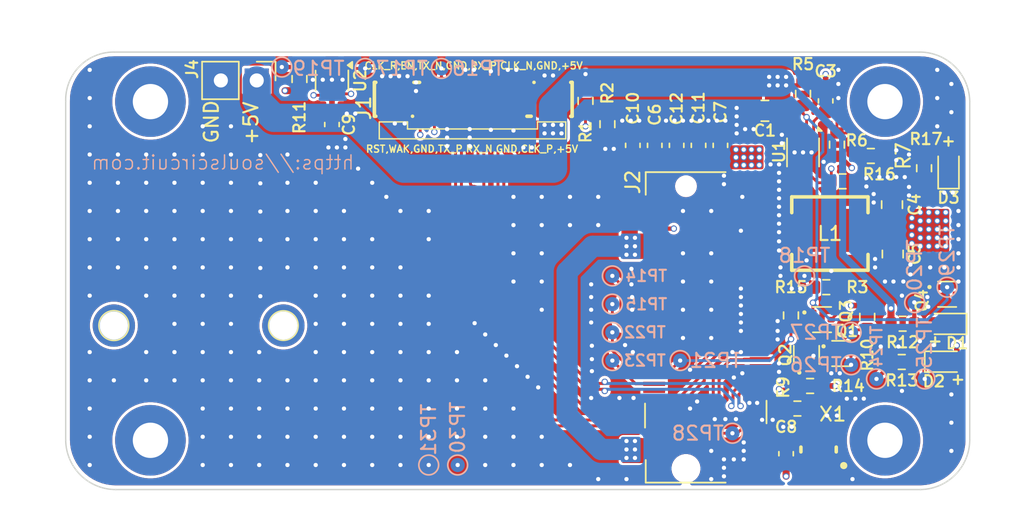
<source format=kicad_pcb>
(kicad_pcb (version 20241229) (generator "pcbnew") (generator_version "9.0")
  (layers (0 "F.Cu" signal) (4 "In1.Cu" signal) (6 "In2.Cu" signal) (2 "B.Cu" signal) (13 "F.Paste" user) (15 "B.Paste" user) (5 "F.SilkS" user "F.Silkscreen") (7 "B.SilkS" user "B.Silkscreen") (1 "F.Mask" user) (3 "B.Mask" user) (25 "Edge.Cuts" user))
  (net 0 "")
  (net 1 "GND")
  (net 2 "+5V")
  (net 3 "3V3_M2")
  (net 4 "Net-(D1-K)")
  (net 5 "Net-(D1-A)")
  (net 6 "Net-(D2-K)")
  (net 7 "/DET_WAKE")
  (net 8 "/PCIE_TX_N")
  (net 9 "/PCIE_RX_N")
  (net 10 "/PCIE_RX_P")
  (net 11 "/PCIE_CLK_P")
  (net 12 "/PCIE_CLKREQ_N")
  (net 13 "/PCIE_RST_B")
  (net 14 "/PWR_EN")
  (net 15 "/PCIE_CLK_N")
  (net 19 "Net-(J2-SMB_DAT_1V8)")
  (net 33 "Net-(J2-LED_N)")
  (net 38 "/PCIE_PEWAKE_N")
  (net 40 "/SUSCLK")
  (net 47 "Net-(J2-SMB_CLK_1V8)")
  (net 48 "/PCIE_RST_B_SW")
  (net 50 "Net-(Q1-G)")
  (net 51 "/PCIE_RST_B_R")
  (net 52 "/3V3_M2_PG")
  (net 53 "Net-(U1-FB)")
  (net 54 "Net-(X1-OUT)")
  (net 56 "/ PCIE_CLKREQ_N_SW")
  (net 57 "Net-(U2A-B0)")
  (net 61 "/LX")
  (net 62 "/PCIE_TX_P")
  (net 63 "Net-(D3-A)")
  (footprint "Package_DFN_QFN:DFN-8-1EP_2x2mm_P0.5mm_EP0.9x1.7mm" (layer "F.Cu") (at 167.5 89.85 -90)
    (property "Reference" "U1")
    (property "Value" "AP3441SHE")
  )
  (footprint "MountingHole:MountingHole_2.5mm_Pad_TopBottom" (layer "F.Cu") (at 173.3 110.25)
    (property "Reference" "H4" (hide yes))
    (property "Value" "MountingHole")
  )
  (footprint "Resistor_SMD:R_0603_1608Metric" (layer "F.Cu") (at 172.3 90.1)
    (property "Reference" "R7")
    (property "Value" "100K")
  )
  (footprint "Resistor_SMD:R_0603_1608Metric" (layer "F.Cu") (at 169.9 89.3 90)
    (property "Reference" "R6")
    (property "Value" "453K")
  )
  (footprint "Resistor_SMD:R_0603_1608Metric" (layer "F.Cu") (at 167.5 85.7 90)
    (property "Reference" "R5")
    (property "Value" "10K")
  )
  (footprint "Capacitor_SMD:C_0603_1608Metric" (layer "F.Cu") (at 158.55 89.35 90)
    (property "Reference" "C12")
    (property "Value" "100n")
  )
  (footprint "ASEK-32.768KHZ-LRT:OSC-SMD_4P-L3.2-W2.5-BL-1" (layer "F.Cu") (at 168.6 110.9 90)
    (property "Reference" "X1")
    (property "Value" "ASE-xxxMHz")
  )
  (footprint "Resistor_SMD:R_0603_1608Metric" (layer "F.Cu") (at 169.145 99.4)
    (property "Reference" "R3")
    (property "Value" "33R")
  )
  (footprint "MountingHole:MountingHole_2mm" (layer "F.Cu") (at 118.71 102.12)
    (property "Reference" "CN2" (hide yes))
    (property "Value" "~")
  )
  (footprint "Resistor_SMD:R_0603_1608Metric" (layer "F.Cu") (at 176.07 90.97 90)
    (property "Reference" "R17")
    (property "Value" "30R")
  )
  (footprint "MountingHole:MountingHole_2.5mm_Pad_TopBottom" (layer "F.Cu") (at 121.3 110.25)
    (property "Reference" "H2" (hide yes))
    (property "Value" "MountingHole")
  )
  (footprint "Resistor_SMD:R_0603_1608Metric" (layer "F.Cu") (at 174.55 101.99)
    (property "Reference" "R12")
    (property "Value" "510R")
  )
  (footprint "Resistor_SMD:R_0603_1608Metric" (layer "F.Cu") (at 172.045 101.5 -90)
    (property "Reference" "R10")
    (property "Value" "10K")
  )
  (footprint "0518CDMCCDS-2R2MC:IND-SMD_L5.4-W5.2_0518CDMCCDS" (layer "F.Cu") (at 169.4 95.6)
    (property "Reference" "L1")
    (property "Value" "2.2uH/5.2A")
  )
  (footprint "Capacitor_SMD:C_0805_2012Metric" (layer "F.Cu") (at 173.85 97.05 -90)
    (property "Reference" "C5")
    (property "Value" "22uF/25V")
  )
  (footprint "Capacitor_SMD:C_0603_1608Metric" (layer "F.Cu") (at 134.15 87.875 -90)
    (property "Reference" "C9")
    (property "Value" "100nF")
  )
  (footprint "Package_TO_SOT_SMD:SOT-523" (layer "F.Cu") (at 177.7 99.9)
    (property "Reference" "Q4")
    (property "Value" "DMG1012T")
  )
  (footprint "LED_SMD:LED_0603_1608Metric" (layer "F.Cu") (at 177.6 104.68)
    (property "Reference" "D2")
    (property "Value" "GREEN")
  )
  (footprint "Resistor_SMD:R_0603_1608Metric" (layer "F.Cu") (at 170.3 91.9)
    (property "Reference" "R16")
    (property "Value" "100K")
  )
  (footprint "LED_SMD:LED_0603_1608Metric" (layer "F.Cu") (at 177.6 102 180)
    (property "Reference" "D1")
    (property "Value" "ORANGE")
  )
  (footprint "Resistor_SMD:R_0603_1608Metric" (layer "F.Cu") (at 174.4875 104.7 180)
    (property "Reference" "R13")
    (property "Value" "30R")
  )
  (footprint "Package_TO_SOT_SMD:SOT-363_SC-70-6" (layer "F.Cu") (at 134.15 84.75 -90)
    (property "Reference" "U2")
    (property "Value" "NC7SB3157P6X")
  )
  (footprint "Package_TO_SOT_SMD:SOT-523" (layer "F.Cu") (at 170.2 104.1)
    (property "Reference" "Q1")
    (property "Value" "DMG1012T")
  )
  (footprint "MDT320M03001:AMPHENOL_MDT320M03001" (layer "F.Cu") (at 159.212941 102.247315 -90)
    (property "Reference" "J2")
    (property "Value" "1-2199230-6")
  )
  (footprint "Capacitor_SMD:C_0603_1608Metric" (layer "F.Cu") (at 161.65 89.35 90)
    (property "Reference" "C7")
    (property "Value" "10uF/10V")
  )
  (footprint "Capacitor_SMD:C_0603_1608Metric" (layer "F.Cu") (at 166.3 111.2 90)
    (property "Reference" "C8")
    (property "Value" "10nF")
  )
  (footprint "MountingHole:MountingHole_2.5mm_Pad_TopBottom" (layer "F.Cu") (at 121.3 86.25)
    (property "Reference" "H1" (hide yes))
    (property "Value" "MountingHole")
  )
  (footprint "Package_TO_SOT_SMD:SOT-523" (layer "F.Cu") (at 168.845 101.7)
    (property "Reference" "Q3")
    (property "Value" "DMG1012T")
  )
  (footprint "MountingHole:MountingHole_2mm" (layer "F.Cu") (at 130.71 102.12)
    (property "Reference" "CN1" (hide yes))
    (property "Value" "~")
  )
  (footprint "Capacitor_SMD:C_0805_2012Metric" (layer "F.Cu") (at 173.8 93.55 90)
    (property "Reference" "C4")
    (property "Value" "22uF/25V")
  )
  (footprint "Resistor_SMD:R_0603_1608Metric" (layer "F.Cu") (at 152.1 86.2 -90)
    (property "Reference" "R1")
    (property "Value" "3K6")
  )
  (footprint "Resistor_SMD:R_0603_1608Metric" (layer "F.Cu") (at 131.85 84.65 90)
    (property "Reference" "R11")
    (property "Value" "10K")
  )
  (footprint "Capacitor_SMD:C_0603_1608Metric" (layer "F.Cu") (at 155.45 89.35 90)
    (property "Reference" "C10")
    (property "Value" "100n")
  )
  (footprint "Capacitor_SMD:C_0805_2012Metric" (layer "F.Cu") (at 164.8 86.9 180)
    (property "Reference" "C1")
    (property "Value" "22uF/25V")
  )
  (footprint "Resistor_SMD:R_0603_1608Metric" (layer "F.Cu") (at 153.65 87.85 -90)
    (property "Reference" "R2")
    (property "Value" "6K8")
  )
  (footprint "Connector_PinHeader_2.54mm:PinHeader_1x02_P2.54mm_Vertical" (layer "F.Cu") (at 128.825 84.75 -90)
    (property "Reference" "J4")
    (property "Value" "POWER")
  )
  (footprint "MountingHole:MountingHole_2.5mm_Pad_TopBottom" (layer "F.Cu") (at 173.3 86.25)
    (property "Reference" "H3" (hide yes))
    (property "Value" "MountingHole")
  )
  (footprint "Resistor_SMD:R_0603_1608Metric" (layer "F.Cu") (at 167.1 108 180)
    (property "Reference" "R9")
    (property "Value" "33R")
  )
  (footprint "Capacitor_SMD:C_0603_1608Metric" (layer "F.Cu") (at 160.1 89.35 90)
    (property "Reference" "C11")
    (property "Value" "10uF/10V")
  )
  (footprint "Resistor_SMD:R_0603_1608Metric" (layer "F.Cu") (at 168 106.4 180)
    (property "Reference" "R14")
    (property "Value" "10K")
  )
  (footprint "EasyEDA_Footprint:FPC-SMD_16P-L13.5-W2.0-P0.50" (layer "F.Cu") (at 144.2539 85.8878)
    (property "Reference" "J1")
    (property "Value" "AFC11-S16ICC-00")
  )
  (footprint "Package_TO_SOT_SMD:SOT-523" (layer "F.Cu") (at 167.745 104.2 90)
    (property "Reference" "Q2")
    (property "Value" "DMG1012T")
  )
  (footprint "Resistor_SMD:R_0603_1608Metric" (layer "F.Cu") (at 166.645 101.4 90)
    (property "Reference" "R15")
    (property "Value" "2K2")
  )
  (footprint "LED_SMD:LED_0603_1608Metric" (layer "F.Cu") (at 177.8 90.93 90)
    (property "Reference" "D3")
    (property "Value" "GREEN")
  )
  (footprint "Capacitor_SMD:C_0603_1608Metric" (layer "F.Cu") (at 169.1 86.2 -90)
    (property "Reference" "C3")
    (property "Value" "22pF")
  )
  (footprint "Capacitor_SMD:C_0603_1608Metric" (layer "F.Cu") (at 157 89.35 90)
    (property "Reference" "C6")
    (property "Value" "10uF/10V")
  )
  (footprint "TestPoint:TestPoint_Pad_D1.0mm" (layer "B.Cu") (at 130.6 83.8 180)
    (property "Reference" "TP19")
    (property "Value" "TestPoint")
  )
  (footprint "TestPoint:TestPoint_Pad_D1.0mm" (layer "B.Cu") (at 143.05 112 180)
    (property "Reference" "TP30")
    (property "Value" "TestPoint")
  )
  (footprint "TestPoint:TestPoint_Pad_D1.0mm" (layer "B.Cu") (at 154 102.6 180)
    (property "Reference" "TP22")
    (property "Value" "TestPoint")
  )
  (footprint "TestPoint:TestPoint_Pad_D1.0mm" (layer "B.Cu") (at 176.115 105.9 180)
    (property "Reference" "TP25")
    (property "Value" "TestPoint")
  )
  (footprint "TestPoint:TestPoint_Pad_D1.0mm" (layer "B.Cu") (at 141.9 83.9 180)
    (property "Reference" "TP16")
    (property "Value" "TestPoint")
  )
  (footprint "TestPoint:TestPoint_Pad_D1.0mm" (layer "B.Cu") (at 170.9 102.6 180)
    (property "Reference" "TP27")
    (property "Value" "TestPoint")
  )
  (footprint "TestPoint:TestPoint_Pad_D1.0mm" (layer "B.Cu") (at 136.5 83.9 180)
    (property "Reference" "TP17")
    (property "Value" "TestPoint")
  )
  (footprint "TestPoint:TestPoint_Pad_D1.0mm" (layer "B.Cu") (at 162.5 109.75 180)
    (property "Reference" "TP28")
    (property "Value" "TestPoint")
  )
  (footprint "TestPoint:TestPoint_Pad_D1.0mm" (layer "B.Cu") (at 154 104.6 180)
    (property "Reference" "TP23")
    (property "Value" "TestPoint")
  )
  (footprint "TestPoint:TestPoint_Pad_D1.0mm" (layer "B.Cu") (at 158.8 104.6 180)
    (property "Reference" "TP21")
    (property "Value" "TestPoint")
  )
  (footprint "TestPoint:TestPoint_Pad_D1.0mm" (layer "B.Cu") (at 154 98.6 180)
    (property "Reference" "TP14")
    (property "Value" "TestPoint")
  )
  (footprint "TestPoint:TestPoint_Pad_D1.0mm" (layer "B.Cu") (at 141 112 180)
    (property "Reference" "TP31")
    (property "Value" "TestPoint")
  )
  (footprint "TestPoint:TestPoint_Pad_D1.0mm" (layer "B.Cu") (at 170.9 104.9 180)
    (property "Reference" "TP26")
    (property "Value" "TestPoint")
  )
  (footprint "TestPoint:TestPoint_Pad_D1.0mm" (layer "B.Cu") (at 154 100.6 180)
    (property "Reference" "TP15")
    (property "Value" "TestPoint")
  )
  (footprint "TestPoint:TestPoint_Pad_D1.0mm" (layer "B.Cu") (at 167.6 98.6 180)
    (property "Reference" "TP18")
    (property "Value" "TestPoint")
  )
  (footprint "TestPoint:TestPoint_Pad_D1.0mm" (layer "B.Cu") (at 175.4 100.5 180)
    (property "Reference" "TP20")
    (property "Value" "TestPoint")
  )
  (footprint "TestPoint:TestPoint_Pad_D1.0mm" (layer "B.Cu") (at 177.7 99.4 180)
    (property "Reference" "TP29")
    (property "Value" "TestPoint")
  )
  (footprint "TestPoint:TestPoint_Pad_D1.0mm" (layer "B.Cu") (at 172.7 105.9 180)
    (property "Reference" "TP24")
    (property "Value" "TestPoint")
  )
  (gr_line (start 150.699 88.8879) (end 137.499 88.8879) (stroke (width 0.1)) (layer "F.SilkS"))
  (gr_line (start 148.699 87.6879) (end 148.699 88.1879) (stroke (width 0.1)) (layer "F.SilkS"))
  (gr_line (start 137.499 87.6879) (end 139.499 87.6879) (stroke (width 0.1)) (layer "F.SilkS"))
  (gr_line (start 150.699 88.8879) (end 150.699 87.6879) (stroke (width 0.1)) (layer "F.SilkS"))
  (gr_line (start 137.499 88.8879) (end 137.499 87.6879) (stroke (width 0.1)) (layer "F.SilkS"))
  (gr_line (start 139.499 87.6879) (end 139.499 88.1879) (stroke (width 0.1)) (layer "F.SilkS"))
  (gr_line (start 139.499 88.1879) (end 148.699 88.1879) (stroke (width 0.1)) (layer "F.SilkS"))
  (gr_line (start 148.699 87.6879) (end 150.699 87.6879) (stroke (width 0.1)) (layer "F.SilkS"))
  (gr_arc (start 175.714816 82.739981) (mid 178.230907 83.748875) (end 179.300005 86.239981) (stroke (width 0.1)) (layer "Edge.Cuts"))
  (gr_arc (start 118.839521 113.739982) (mid 116.352828 112.715075) (end 115.299999 110.240063) (stroke (width 0.1)) (layer "Edge.Cuts"))
  (gr_line (start 175.811969 113.739982) (end 118.839521 113.739982) (stroke (width 0.1)) (layer "Edge.Cuts"))
  (gr_arc (start 179.3 110.250013) (mid 178.263964 112.704211) (end 175.809663 113.739983) (stroke (width 0.1)) (layer "Edge.Cuts"))
  (gr_line (start 118.749999 82.739981) (end 175.714816 82.739981) (stroke (width 0.1)) (layer "Edge.Cuts"))
  (gr_line (start 179.300005 86.239981) (end 179.3 110.25) (stroke (width 0.1)) (layer "Edge.Cuts"))
  (gr_line (start 115.299999 110.239982) (end 115.299999 86.239983) (stroke (width 0.1)) (layer "Edge.Cuts"))
  (gr_arc (start 115.3 86.239983) (mid 116.277627 83.753301) (end 118.749999 82.740015) (stroke (width 0.1)) (layer "Edge.Cuts"))
  (gr_text "CLK_R,EN,TX_N,GND,RX_P,CLK_N,GND,+5V\n" (at 136.4 84 0) (layer "F.SilkS") (effects (font (size 0.5 0.5) (thickness 0.1)) (justify left bottom)))
  (gr_text "+" (at 177.2 89.48 0) (layer "F.SilkS") (effects (font (size 0.8 0.8) (thickness 0.15) (bold yes)) (justify left bottom)))
  (gr_text "RST,WAK,GND,TX_P,RX_N,GND,CLK_P,+5V\n" (at 136.5 89.9 0) (layer "F.SilkS") (effects (font (size 0.5 0.5) (thickness 0.1)) (justify left bottom)))
  (gr_text "+" (at 176.26 103.66 0) (layer "F.SilkS") (effects (font (size 0.8 0.8) (thickness 0.15) (bold yes)) (justify left bottom)))
  (gr_text "GND" (at 126.2 89.3 90) (layer "F.SilkS") (effects (font (size 1 1)) (justify left bottom)))
  (gr_text "+5V" (at 129 89.4 90) (layer "F.SilkS") (effects (font (size 1 1)) (justify left bottom)))
  (gr_text "+" (at 177.87 106.37 0) (layer "F.SilkS") (effects (font (size 0.8 0.8) (thickness 0.15) (bold yes)) (justify left bottom)))
  (gr_text "https://soulscircuit.com" (at 135.8 91.15 0) (layer "B.SilkS") (effects (font (size 1 1) (thickness 0.1)) (justify left bottom mirror)))
  (segment (start 168.25 90.85) (end 168.25 90) (width 0.25) (layer "F.Cu") (net 1))
  (segment (start 145.399 84.101) (end 145.4 84.1) (width 0.25) (layer "F.Cu") (net 1))
  (segment (start 168.25 90) (end 168.1 89.85) (width 0.25) (layer "F.Cu") (net 1))
  (via (at 137 112) (size 0.45) (drill 0.3) (layers "F.Cu" "B.Cu") (net 1))
  (via (at 170.1 105.5) (size 0.45) (drill 0.3) (layers "F.Cu" "B.Cu") (net 1))
  (via (at 117 110) (size 0.45) (drill 0.3) (layers "F.Cu" "B.Cu") (net 1))
  (via (at 121 90) (size 0.45) (drill 0.3) (layers "F.Cu" "B.Cu") (net 1))
  (via (at 145.75 103.5) (size 0.45) (drill 0.3) (layers "F.Cu" "B.Cu") (net 1))
  (via (at 135.1 89.5) (size 0.45) (drill 0.3) (layers "F.Cu" "B.Cu") (net 1))
  (via (at 125 90) (size 0.45) (drill 0.3) (layers "F.Cu" "B.Cu") (net 1))
  (via (at 121 98) (size 0.45) (drill 0.3) (layers "F.Cu" "B.Cu") (net 1))
  (via (at 154.7 87.6) (size 0.45) (drill 0.3) (layers "F.Cu" "B.Cu") (net 1))
  (via (at 160.8 87.6) (size 0.45) (drill 0.3) (layers "F.Cu" "B.Cu") (net 1))
  (via (at 125 106) (size 0.45) (drill 0.3) (layers "F.Cu" "B.Cu") (net 1))
  (via (at 152.5 100.1) (size 0.45) (drill 0.3) (layers "F.Cu" "B.Cu") (net 1))
  (via (at 121 94) (size 0.45) (drill 0.3) (layers "F.Cu" "B.Cu") (net 1))
  (via (at 165.8 96.8) (size 0.45) (drill 0.3) (layers "F.Cu" "B.Cu") (net 1))
  (via (at 153 113) (size 0.45) (drill 0.3) (layers "F.Cu" "B.Cu") (net 1))
  (via (at 173.9 99) (size 0.45) (drill 0.3) (layers "F.Cu" "B.Cu") (net 1))
  (via (at 174.25 103.605) (size 0.45) (drill 0.3) (layers "F.Cu" "B.Cu") (net 1))
  (via (at 142.3 88.8) (size 0.45) (drill 0.3) (layers "F.Cu" "B.Cu") (net 1))
  (via (at 135 96) (size 0.45) (drill 0.3) (layers "F.Cu" "B.Cu") (net 1))
  (via (at 141 100) (size 0.45) (drill 0.3) (layers "F.Cu" "B.Cu") (net 1))
  (via (at 168.1 89.85) (size 0.45) (drill 0.3) (layers "F.Cu" "B.Cu") (net 1))
  (via (at 147 97) (size 0.45) (drill 0.3) (layers "F.Cu" "B.Cu") (net 1))
  (via (at 175 92.9) (size 0.45) (drill 0.3) (layers "F.Cu" "B.Cu") (net 1))
  (via (at 147.2 84) (size 0.45) (drill 0.3) (layers "F.Cu" "B.Cu") (net 1))
  (via (at 178.5 99) (size 0.45) (drill 0.3) (layers "F.Cu" "B.Cu") (net 1))
  (via (at 147 112) (size 0.45) (drill 0.3) (layers "F.Cu" "B.Cu") (net 1))
  (via (at 162 87.6) (size 0.45) (drill 0.3) (layers "F.Cu" "B.Cu") (net 1))
  (via (at 141 96) (size 0.45) (drill 0.3) (layers "F.Cu" "B.Cu") (net 1))
  (via (at 166.9 89.85) (size 0.45) (drill 0.3) (layers "F.Cu" "B.Cu") (net 1))
  (via (at 163.1 100.7) (size 0.45) (drill 0.3) (layers "F.Cu" "B.Cu") (net 1))
  (via (at 145 112) (size 0.45) (drill 0.3) (layers "F.Cu" "B.Cu") (net 1))
  (via (at 141 110) (size 0.45) (drill 0.3) (layers "F.Cu" "B.Cu") (net 1))
  (via (at 138.9 84.45) (size 0.45) (drill 0.3) (layers "F.Cu" "B.Cu") (net 1))
  (via (at 165.8 104.8) (size 0.45) (drill 0.3) (layers "F.Cu" "B.Cu") (net 1))
  (via (at 137 102) (size 0.45) (drill 0.3) (layers "F.Cu" "B.Cu") (net 1))
  (via (at 134.9 84.7) (size 0.45) (drill 0.3) (layers "F.Cu" "B.Cu") (net 1))
  (via (at 148 105.75) (size 0.45) (drill 0.3) (layers "F.Cu" "B.Cu") (net 1))
  (via (at 161 94) (size 0.45) (drill 0.3) (layers "F.Cu" "B.Cu") (net 1))
  (via (at 125 112) (size 0.45) (drill 0.3) (layers "F.Cu" "B.Cu") (net 1))
  (via (at 178.1 92.7) (size 0.45) (drill 0.3) (layers "F.Cu" "B.Cu") (net 1))
  (via (at 127 110) (size 0.45) (drill 0.3) (layers "F.Cu" "B.Cu") (net 1))
  (via (at 127 98) (size 0.45) (drill 0.3) (layers "F.Cu" "B.Cu") (net 1))
  (via (at 165.35 108.8) (size 0.45) (drill 0.3) (layers "F.Cu" "B.Cu") (net 1))
  (via (at 143.6 84) (size 0.45) (drill 0.3) (layers "F.Cu" "B.Cu") (net 1))
  (via (at 141 102) (size 0.45) (drill 0.3) (layers "F.Cu" "B.Cu") (net 1))
  (via (at 143 106) (size 0.45) (drill 0.3) (layers "F.Cu" "B.Cu") (net 1))
  (via (at 117 96) (size 0.45) (drill 0.3) (layers "F.Cu" "B.Cu") (net 1))
  (via (at 163.3 110.4) (size 0.45) (drill 0.3) (layers "F.Cu" "B.Cu") (net 1))
  (via (at 129.078799 96.040638) (size 0.45) (drill 0.3) (layers "F.Cu" "B.Cu") (net 1))
  (via (at 147 108) (size 0.45) (drill 0.3) (layers "F.Cu" "B.Cu") (net 1))
  (via (at 168.956613 90.520083) (size 0.45) (drill 0.3) (layers "F.Cu" "B.Cu") (net 1))
  (via (at 137 92) (size 0.45) (drill 0.3) (layers "F.Cu" "B.Cu") (net 1))
  (via (at 117 112) (size 0.45) (drill 0.3) (layers "F.Cu" "B.Cu") (net 1))
  (via (at 165.8 94.3) (size 0.45) (drill 0.3) (layers "F.Cu" "B.Cu") (net 1))
  (via (at 121 106) (size 0.45) (drill 0.3) (layers "F.Cu" "B.Cu") (net 1))
  (via (at 133 112) (size 0.45) (drill 0.3) (layers "F.Cu" "B.Cu") (net 1))
  (via (at 147 93) (size 0.45) (drill 0.3) (layers "F.Cu" "B.Cu") (net 1))
  (via (at 159.5 108) (size 0.45) (drill 0.3) (layers "F.Cu" "B.Cu") (net 1))
  (via (at 127 100) (size 0.45) (drill 0.3) (layers "F.Cu" "B.Cu") (net 1))
  (via (at 155.9 87.6) (size 0.45) (drill 0.3) (layers "F.Cu" "B.Cu") (net 1))
  (via (at 155.5 107.25) (size 0.45) (drill 0.3) (layers "F.Cu" "B.Cu") (net 1))
  (via (at 159 99) (size 0.45) (drill 0.3) (layers "F.Cu" "B.Cu") (net 1))
  (via (at 154.5 107.25) (size 0.45) (drill 0.3) (layers "F.Cu" "B.Cu") (net 1))
  (via (at 138 93) (size 0.45) (drill 0.3) (layers "F.Cu" "B.Cu") (net 1))
  (via (at 177.5 98) (size 0.45) (drill 0.3) (layers "F.Cu" "B.Cu") (net 1))
  (via (at 171.982658 92.264446) (size 0.45) (drill 0.3) (layers "F.Cu" "B.Cu") (net 1))
  (via (at 154.1 89.6) (size 0.45) (drill 0.3) (layers "F.Cu" "B.Cu") (net 1))
  (via (at 145 108) (size 0.45) (drill 0.3) (layers "F.Cu" "B.Cu") (net 1))
  (via (at 147.25 105) (size 0.45) (drill 0.3) (layers "F.Cu" "B.Cu") (net 1))
  (via (at 155.35 99.2) (size 0.45) (drill 0.3) (layers "F.Cu" "B.Cu") (net 1))
  (via (at 169.5 98.25) (size 0.45) (drill 0.3) (layers "F.Cu" "B.Cu") (net 1))
  (via (at 135.1 88.9) (size 0.45) (drill 0.3) (layers "F.Cu" "B.Cu") (net 1))
  (via (at 161.9 112.2) (size 0.45) (drill 0.3) (layers "F.Cu" "B.Cu") (net 1))
  (via (at 159.6 87.6) (size 0.45) (drill 0.3) (layers "F.Cu" "B.Cu") (net 1))
  (via (at 137 108) (size 0.45) (drill 0.3) (layers "F.Cu" "B.Cu") (net 1))
  (via (at 129.078799 92.040638) (size 0.45) (drill 0.3) (layers "F.Cu" "B.Cu") (net 1))
  (via (at 159.5 105.25) (size 0.45) (drill 0.3) (layers "F.Cu" "B.Cu") (net 1))
  (via (at 133 98) (size 0.45) (drill 0.3) (layers "F.Cu" "B.Cu") (net 1))
  (via (at 163.7 107.6) (size 0.45) (drill 0.3) (layers "F.Cu" "B.Cu") (net 1))
  (via (at 171.982658 91.664446) (size 0.45) (drill 0.3) (layers "F.Cu" "B.Cu") (net 1))
  (via (at 174.6 99) (size 0.45) (drill 0.3) (layers "F.Cu" "B.Cu") (net 1))
  (via (at 137 98) (size 0.45) (drill 0.3) (layers "F.Cu" "B.Cu") (net 1))
  (via (at 141 112) (size 0.45) (drill 0.3) (layers "F.Cu" "B.Cu") (net 1))
  (via (at 162.5 104) (size 0.45) (drill 0.3) (layers "F.Cu" "B.Cu") (net 1))
  (via (at 160 107.5) (size 0.45) (drill 0.3) (layers "F.Cu" "B.Cu") (net 1))
  (via (at 131 92) (size 0.45) (drill 0.3) (layers "F.Cu" "B.Cu") (net 1))
  (via (at 129.078799 90.040638) (size 0.45) (drill 0.3) (layers "F.Cu" "B.Cu") (net 1))
  (via (at 145.4 84.1) (size 0.45) (drill 0.3) (layers "F.Cu" "B.Cu") (net 1))
  (via (at 139 98) (size 0.45) (drill 0.3) (layers "F.Cu" "B.Cu") (net 1))
  (via (at 123 104) (size 0.45) (drill 0.3) (layers "F.Cu" "B.Cu") (net 1))
  (via (at 119 96) (size 0.45) (drill 0.3) (layers "F.Cu" "B.Cu") (net 1))
  (via (at 172.6 98) (size 0.45) (drill 0.3) (layers "F.Cu" "B.Cu") (net 1))
  (via (at 127 96) (size 0.45) (drill 0.3) (layers "F.Cu" "B.Cu") (net 1))
  (via (at 145.4 88.25) (size 0.45) (drill 0.3) (layers "F.Cu" "B.Cu") (net 1))
  (via (at 133 92) (size 0.45) (drill 0.3) (layers "F.Cu" "B.Cu") (net 1))
  (via (at 117 100) (size 0.45) (drill 0.3) (layers "F.Cu" "B.Cu") (net 1))
  (via (at 133 94) (size 0.45) (drill 0.3) (layers "F.Cu" "B.Cu") (net 1))
  (via (at 123 94) (size 0.45) (drill 0.3) (layers "F.Cu" "B.Cu") (net 1))
  (via (at 165.7 101.8) (size 0.45) (drill 0.3) (layers "F.Cu" "B.Cu") (net 1))
  (via (at 177 84) (size 0.45) (drill 0.3) (layers "F.Cu" "B.Cu") (net 1))
  (via (at 165.8 93.7) (size 0.45) (drill 0.3) (layers "F.Cu" "B.Cu") (net 1))
  (via (at 123 106) (size 0.45) (drill 0.3) (layers "F.Cu" "B.Cu") (net 1))
  (via (at 171.8 107.3) (size 0.45) (drill 0.3) (layers "F.Cu" "B.Cu") (net 1))
  (via (at 127 94) (size 0.45) (drill 0.3) (layers "F.Cu" "B.Cu") (net 1))
  (via (at 143.9 88.8) (size 0.45) (drill 0.3) (layers "F.Cu" "B.Cu") (net 1))
  (via (at 148.75 106.5) (size 0.45) (drill 0.3) (layers "F.Cu" "B.Cu") (net 1))
  (via (at 135 98) (size 0.45) (drill 0.3) (layers "F.Cu" "B.Cu") (net 1))
  (via (at 127 112) (size 0.45) (drill 0.3) (layers "F.Cu" "B.Cu") (net 1))
  (via (at 171.2 107.3) (size 0.45) (drill 0.3) (layers "F.Cu" "B.Cu") (net 1))
  (via (at 151 112) (size 0.45) (drill 0.3) (layers "F.Cu" "B.Cu") (net 1))
  (via (at 161 113) (size 0.45) (drill 0.3) (layers "F.Cu" "B.Cu") (net 1))
  (via (at 135 112) (size 0.45) (drill 0.3) (layers "F.Cu" "B.Cu") (net 1))
  (via (at 176.5 98) (size 0.45) (drill 0.3) (layers "F.Cu" "B.Cu") (net 1))
  (via (at 121 96) (size 0.45) (drill 0.3) (layers "F.Cu" "B.Cu") (net 1))
  (via (at 147 95) (size 0.45) (drill 0.3) (layers "F.Cu" "B.Cu") (net 1))
  (via (at 161 111) (size 0.45) (drill 0.3) (layers "F.Cu" "B.Cu") (net 1))
  (via (at 149 110) (size 0.45) (drill 0.3) (layers "F.Cu" "B.Cu") (net 1))
  (via (at 127 104) (size 0.45) (drill 0.3) (layers "F.Cu" "B.Cu") (net 1))
  (via (at 166.1 109.3) (size 0.45) (drill 0.3) (layers "F.Cu" "B.Cu") (net 1))
  (via (at 162.8 88.5) (size 0.45) (drill 0.3) (layers "F.Cu" "B.Cu") (net 1))
  (via (at 125 100) (size 0.45) (drill 0.3) (layers "F.Cu" "B.Cu") (net 1))
  (via (at 141 104) (size 0.45) (drill 0.3) (layers "F.Cu" "B.Cu") (net 1))
  (via (at 117 92) (size 0.45) (drill 0.3) (layers "F.Cu" "B.Cu") (net 1))
  (via (at 146.5 104.25) (size 0.45) (drill 0.3) (layers "F.Cu" "B.Cu") (net 1))
  (via (at 162 108.75) (size 0.45) (drill 0.3) (layers "F.Cu" "B.Cu") (net 1))
  (via (at 163.1 101.9) (size 0.45) (drill 0.3) (layers "F.Cu" "B.Cu") (net 1))
  (via (at 139 102) (size 0.45) (drill 0.3) (layers "F.Cu" "B.Cu") (net 1))
  (via (at 174.1 91.6) (size 0.45) (drill 0.3) (layers "F.Cu" "B.Cu") (net 1))
  (via (at 172.5 93.4) (size 0.45) (drill 0.3) (layers "F.Cu" "B.Cu") (net 1))
  (via (at 169.2 108.5) (size 0.45) (drill 0.3) (layers "F.Cu" "B.Cu") (net 1))
  (via (at 133 96) (size 0.45) (drill 0.3) (layers "F.Cu" "B.Cu") (net 1))
  (via (at 117 84) (size 0.45) (drill 0.3) (layers "F.Cu" "B.Cu") (net 1))
  (via (at 135 106) (size 0.45) (drill 0.3) (layers "F.Cu" "B.Cu") (net 1))
  (via (at 149.2 84.4) (size 0.45) (drill 0.3) (layers "F.Cu" "B.Cu") (net 1))
  (via (at 176.75 103.5) (size 0.45) (drill 0.3) (layers "F.Cu" "B.Cu") (net 1))
  (via (at 143 108) (size 0.45) (drill 0.3) (layers "F.Cu" "B.Cu") (net 1))
  (via (at 159 94) (size 0.45) (drill 0.3) (layers "F.Cu" "B.Cu") (net 1))
  (via (at 125 98) (size 0.45) (drill 0.3) (layers "F.Cu" "B.Cu") (net 1))
  (via (at 144.25 101.95) (size 0.45) (drill 0.3) (layers "F.Cu" "B.Cu") (net 1))
  (via (at 131 94) (size 0.45) (drill 0.3) (layers "F.Cu" "B.Cu") (net 1))
  (via (at 166 89.2) (size 0.45) (drill 0.3) (layers "F.Cu" "B.Cu") (net 1))
  (via (at 123 102) (size 0.45) (drill 0.3) (layers "F.Cu" "B.Cu") (net 1))
  (via (at 161 103) (size 0.45) (drill 0.3) (layers "F.Cu" "B.Cu") (net 1))
  (via (at 127 108) (size 0.45) (drill 0.3) (layers "F.Cu" "B.Cu") (net 1))
  (via (at 153.5 89.6) (size 0.45) (drill 0.3) (layers "F.Cu" "B.Cu") (net 1))
  (via (at 178.5 98) (size 0.45) (drill 0.3) (layers "F.Cu" "B.Cu") (net 1))
  (via (at 137 106) (size 0.45) (drill 0.3) (layers "F.Cu" "B.Cu") (net 1))
  (via (at 133.5 84.7) (size 0.45) (drill 0.3) (layers "F.Cu" "B.Cu") (net 1))
  (via (at 125 108) (size 0.45) (drill 0.3) (layers "F.Cu" "B.Cu") (net 1))
  (via (at 152.55 105.35) (size 0.45) (drill 0.3) (layers "F.Cu" "B.Cu") (net 1))
  (via (at 168.236804 104.263196) (size 0.45) (drill 0.3) (layers "F.Cu" "B.Cu") (net 1))
  (via (at 131 90) (size 0.45) (drill 0.3) (layers "F.Cu" "B.Cu") (net 1))
  (via (at 170 85) (size 0.45) (drill 0.3) (layers "F.Cu" "B.Cu") (net 1))
  (via (at 152.5 101.9) (size 0.45) (drill 0.3) (layers "F.Cu" "B.Cu") (net 1))
  (via (at 123 90) (size 0.45) (drill 0.3) (layers "F.Cu" "B.Cu") (net 1))
  (via (at 163.1 102.5) (size 0.45) (drill 0.3) (layers "F.Cu" "B.Cu") (net 1))
  (via (at 162.8 86.7) (size 0.45) (drill 0.3) (layers "F.Cu" "B.Cu") (net 1))
  (via (at 155.4 101) (size 0.45) (drill 0.3) (layers "F.Cu" "B.Cu") (net 1))
  (via (at 149 112) (size 0.45) (drill 0.3) (layers "F.Cu" "B.Cu") (net 1))
  (via (at 165.8 94.9) (size 0.45) (drill 0.3) (layers "F.Cu" "B.Cu") (net 1))
  (via (at 135 110) (size 0.45) (drill 0.3) (layers "F.Cu" "B.Cu") (net 1))
  (via (at 123 98) (size 0.45) (drill 0.3) (layers "F.Cu" "B.Cu") (net 1))
  (via (at 170 86) (size 0.45) (drill 0.3) (layers "F.Cu" "B.Cu") (net 1))
  (via (at 162.6 105.8) (size 0.45) (drill 0.3) (layers "F.Cu" "B.Cu") (net 1))
  (via (at 137 110) (size 0.45) (drill 0.3) (layers "F.Cu" "B.Cu") (net 1))
  (via (at 165.8 91.3) (size 0.45) (drill 0.3) (layers "F.Cu" "B.Cu") (net 1))
  (via (at 178 111) (size 0.45) (drill 0.3) (layers "F.Cu" "B.Cu") (net 1))
  (via (at 139.3 87.8) (size 0.45) (drill 0.3) (layers "F.Cu" "B.Cu") (net 1))
  (via (at 125 104) (size 0.45) (drill 0.3) (layers "F.Cu" "B.Cu") (net 1))
  (via (at 131 96) (size 0.45) (drill 0.3) (layers "F.Cu" "B.Cu") (net 1))
  (via (at 164 88.2) (size 0.45) (drill 0.3) (layers "F.Cu" "B.Cu") (net 1))
  (via (at 131 112) (size 0.45) (drill 0.3) (layers "F.Cu" "B.Cu") (net 1))
  (via (at 148.3 89.5) (size 0.45) (drill 0.3) (layers "F.Cu" "B.Cu") (net 1))
  (via (at 133 100) (size 0.45) (drill 0.3) (layers "F.Cu" "B.Cu") (net 1))
  (via (at 131 98) (size 0.45) (drill 0.3) (layers "F.Cu" "B.Cu") (net 1))
  (via (at 166 88.6) (size 0.45) (drill 0.3) (layers "F.Cu" "B.Cu") (net 1))
  (via (at 131 108) (size 0.45) (drill 0.3) (layers "F.Cu" "B.Cu") (net 1))
  (via (at 178 85) (size 0.45) (drill 0.3) (layers "F.Cu" "B.Cu") (net 1))
  (via (at 174.7 91.6) (size 0.45) (drill 0.3) (layers "F.Cu" "B.Cu") (net 1))
  (via (at 167.3 99.5) (size 0.45) (drill 0.3) (layers "F.Cu" "B.Cu") (net 1))
  (via (at 141 108) (size 0.45) (drill 0.3) (layers "F.Cu" "B.Cu") (net 1))
  (via (at 139 100) (size 0.45) (drill 0.3) (layers "F.Cu" "B.Cu") (net 1))
  (via (at 174.1 89.7) (size 0.45) (drill 0.3) (layers "F.Cu" "B.Cu") (net 1))
  (via (at 165.2 90.7) (size 0.45) (drill 0.3) (layers "F.Cu" "B.Cu") (net 1))
  (via (at 163.1 99.5) (size 0.45) (drill 0.3) (layers "F.Cu" "B.Cu") (net 1))
  (via (at 163.1 95.4) (size 0.45) (drill 0.3) (layers "F.Cu" "B.Cu") (net 1))
  (via (at 178.5 95) (size 0.45) (drill 0.3) (layers "F.Cu" "B.Cu") (net 1))
  (via (at 175 90) (size 0.45) (drill 0.3) (layers "F.Cu" "B.Cu") (net 1))
  (via (at 139 106) (size 0.45) (drill 0.3) (layers "F.Cu" "B.Cu") (net 1))
  (via (at 164.6 108.8) (size 0.45) (drill 0.3) (layers "F.Cu" "B.Cu") (net 1))
  (via (at 162.6 111.6) (size 0.45) (drill 0.3) (layers "F.Cu" "B.Cu") (net 1))
  (via (at 165.8 93.1) (size 0.45) (drill 0.3) (layers "F.Cu" "B.Cu") (net 1))
  (via (at 137 96) (size 0.45) (drill 0.3) (layers "F.Cu" "B.Cu") (net 1))
  (via (at 125 92) (size 0.45) (drill 0.3) (layers "F.Cu" "B.Cu") (net 1))
  (via (at 136 91) (size 0.45) (drill 0.3) (layers "F.Cu" "B.Cu") (net 1))
  (via (at 157.8 87.6) (size 0.45) (drill 0.3) (layers "F.Cu" "B.Cu") (net 1))
  (via (at 159 97) (size 0.45) (drill 0.3) (layers "F.Cu" "B.Cu") (net 1))
  (via (at 162.8 87.9) (size 0.45) (drill 0.3) (layers "F.Cu" "B.Cu") (net 1))
  (via (at 135 108) (size 0.45) (drill 0.3) (layers "F.Cu" "B.Cu") (net 1))
  (via (at 121 92) (size 0.45) (drill 0.3) (layers "F.Cu" "B.Cu") (net 1))
  (via (at 129.078799 100.040638) (size 0.45) (drill 0.3) (layers "F.Cu" "B.Cu") (net 1))
  (via (at 173.5 91.6) (size 0.45) (drill 0.3) (layers "F.Cu" "B.Cu") (net 1))
  (via (at 129.078799 94.040638) (size 0.45) (drill 0.3) (layers "F.Cu" "B.Cu") (net 1))
  (via (at 166.7 109.3) (size 0.45) (drill 0.3) (layers "F.Cu" "B.Cu") (net 1))
  (via (at 159 87.6) (size 0.45) (drill 0.3) (layers "F.Cu" "B.Cu") (net 1))
  (via (at 165.8 96.15) (size 0.45) (drill 0.3) (layers "F.Cu" "B.Cu") (net 1))
  (via (at 129 112) (size 0.45) (drill 0.3) (layers "F.Cu" "B.Cu") (net 1))
  (via (at 161.9 92.1) (size 0.45) (drill 0.3) (layers "F.Cu" "B.Cu") (net 1))
  (via (at 176.363834 100.787233) (size 0.45) (drill 0.3) (layers "F.Cu" "B.Cu") (net 1))
  (via (at 145 106) (size 0.45) (drill 0.3) (layers "F.Cu" "B.Cu") (net 1))
  (via (at 133 104) (size 0.45) (drill 0.3) (layers "F.Cu" "B.Cu") (net 1))
  (via (at 127 106) (size 0.45) (drill 0.3) (layers "F.Cu" "B.Cu") (net 1))
  (via (at 147.7 89.5) (size 0.45) (drill 0.3) (layers "F.Cu" "B.Cu") (net 1))
  (via (at 139 108) (size 0.45) (drill 0.3) (layers "F.Cu" "B.Cu") (net 1))
  (via (at 121 104) (size 0.45) (drill 0.3) (layers "F.Cu" "B.Cu") (net 1))
  (via (at 165.8 95.5) (size 0.45) (drill 0.3) (layers "F.Cu" "B.Cu") (net 1))
  (via (at 125 110) (size 0.45) (drill 0.3) (layers "F.Cu" "B.Cu") (net 1))
  (via (at 147 88.3) (size 0.45) (drill 0.3) (layers "F.Cu" "B.Cu") (net 1))
  (via (at 135 104) (size 0.45) (drill 0.3) (layers "F.Cu" "B.Cu") (net 1))
  (via (at 165.8 90.7) (size 0.45) (drill 0.3) (layers "F.Cu" "B.Cu") (net 1))
  (via (at 127 92) (size 0.45) (drill 0.3) (layers "F.Cu" "B.Cu") (net 1))
  (via (at 163.4 88.2) (size 0.45) (drill 0.3) (layers "F.Cu" "B.Cu") (net 1))
  (via (at 133 106) (size 0.45) (drill 0.3) (layers "F.Cu" "B.Cu") (net 1))
  (via (at 152.5 99.2) (size 0.45) (drill 0.3) (layers "F.Cu" "B.Cu") (net 1))
  (via (at 152.5 107.25) (size 0.45) (drill 0.3) (layers "F.Cu" "B.Cu") (net 1))
  (via (at 140.1 84.8878) (size 0.45) (drill 0.3) (layers "F.Cu" "B.Cu") (net 1))
  (via (at 125 88) (size 0.45) (drill 0.3) (layers "F.Cu" "B.Cu") (net 1))
  (via (at 174.5 106.75) (size 0.45) (drill 0.3) (layers "F.Cu" "B.Cu") (net 1))
  (via (at 170 84) (size 0.45) (drill 0.3) (layers "F.Cu" "B.Cu") (net 1))
  (via (at 144.2 84) (size 0.45) (drill 0.3) (layers "F.Cu" "B.Cu") (net 1))
  (via (at 165.9 98) (size 0.45) (drill 0.3) (layers "F.Cu" "B.Cu") (net 1))
  (via (at 127 90) (size 0.45) (drill 0.3) (layers "F.Cu" "B.Cu") (net 1))
  (via (at 133 102) (size 0.45) (drill 0.3) (layers "F.Cu" "B.Cu") (net 1))
  (via (at 138.3 84.45) (size 0.45) (drill 0.3) (layers "F.Cu" "B.Cu") (net 1))
  (via (at 152.55 104.5) (size 0.45) (drill 0.3) (layers "F.Cu" "B.Cu") (net 1))
  (via (at 161 97) (size 0.45) (drill 0.3) (layers "F.Cu" "B.Cu") (net 1))
  (via (at 161.9 112.8) (size 0.45) (drill 0.3) (layers "F.Cu" "B.Cu") (net 1))
  (via (at 149 99) (size 0.45) (drill 0.3) (layers "F.Cu" "B.Cu") (net 1))
  (via (at 147 110) (size 0.45) (drill 0.3) (layers "F.Cu" "B.Cu") (net 1))
  (via (at 125 96) (size 0.45) (drill 0.3) (layers "F.Cu" "B.Cu") (net 1))
  (via (at 178 87) (size 0.45) (drill 0.3) (layers "F.Cu" "B.Cu") (net 1))
  (via (at 134.5 89.5) (size 0.45) (drill 0.3) (layers "F.Cu" "B.Cu") (net 1))
  (via (at 161.9 111.6) (size 0.45) (drill 0.3) (layers "F.Cu" "B.Cu") (net 1))
  (via (at 132.8 84.7) (size 0.45) (drill 0.3) (layers "F.Cu" "B.Cu") (net 1))
  (via (at 129 106) (size 0.45) (drill 0.3) (layers "F.Cu" "B.Cu") (net 1))
  (via (at 146.6 84) (size 0.45) (drill 0.3) (layers "F.Cu" "B.Cu") (net 1))
  (via (at 133 108) (size 0.45) (drill 0.3) (layers "F.Cu" "B.Cu") (net 1))
  (via (at 172.6 97.4) (size 0.45) (drill 0.3) (layers "F.Cu" "B.Cu") (net 1))
  (via (at 153 95) (size 0.45) (drill 0.3) (layers "F.Cu" "B.Cu") (net 1))
  (via (at 149 101) (size 0.45) (drill 0.3) (layers "F.Cu" "B.Cu") (net 1))
  (via (at 143.9 88.2) (size 0.45) (drill 0.3) (layers "F.Cu" "B.Cu") (net 1))
  (via (at 129 104) (size 0.45) (drill 0.3) (layers "F.Cu" "B.Cu") (net 1))
  (via (at 123 96) (size 0.45) (drill 0.3) (layers "F.Cu" "B.Cu") (net 1))
  (via (at 149 93) (size 0.45) (drill 0.3) (layers "F.Cu" "B.Cu") (net 1))
  (via (at 152.5 101) (size 0.45) (drill 0.3) (layers "F.Cu" "B.Cu") (net 1))
  (via (at 155.45 104) (size 0.45) (drill 0.3) (layers "F.Cu" "B.Cu") (net 1))
  (via (at 117 98) (size 0.45) (drill 0.3) (layers "F.Cu" "B.Cu") (net 1))
  (via (at 123 92) (size 0.45) (drill 0.3) (layers "F.Cu" "B.Cu") (net 1))
  (via (at 175 92.3) (size 0.45) (drill 0.3) (layers "F.Cu" "B.Cu") (net 1))
  (via (at 142.3 88.2) (size 0.45) (drill 0.3) (layers "F.Cu" "B.Cu") (net 1))
  (via (at 129 110) (size 0.45) (drill 0.3) (layers "F.Cu" "B.Cu") (net 1))
  (via (at 178.5 97) (size 0.45) (drill 0.3) (layers "F.Cu" "B.Cu") (net 1))
  (via (at 129 108) (size 0.45) (drill 0.3) (layers "F.Cu" "B.Cu") (net 1))
  (via (at 151 93) (size 0.45) (drill 0.3) (layers "F.Cu" "B.Cu") (net 1))
  (via (at 125 102) (size 0.45) (drill 0.3) (layers "F.Cu" "B.Cu") (net 1))
  (via (at 137 104) (size 0.45) (drill 0.3) (layers "F.Cu" "B.Cu") (net 1))
  (via (at 153 93) (size 0.45) (drill 0.3) (layers "F.Cu" "B.Cu") (net 1))
  (via (at 119 94) (size 0.45) (drill 0.3) (layers "F.Cu" "B.Cu") (net 1))
  (via (at 151 95) (size 0.45) (drill 0.3) (layers "F.Cu" "B.Cu") (net 1))
  (via (at 178.5 94) (size 0.45) (drill 0.3) (layers "F.Cu" "B.Cu") (net 1))
  (via (at 155.3 87.6) (size 0.45) (drill 0.3) (layers "F.Cu" "B.Cu") (net 1))
  (via (at 125 94) (size 0.45) (drill 0.3) (layers "F.Cu" "B.Cu") (net 1))
  (via (at 167.75 97.5) (size 0.45) (drill 0.3) (layers "F.Cu" "B.Cu") (net 1))
  (via (at 117 106) (size 0.45) (drill 0.3) (layers "F.Cu" "B.Cu") (net 1))
  (via (at 127 88) (size 0.45) (drill 0.3) (layers "F.Cu" "B.Cu") (net 1))
  (via (at 166.7 99.5) (size 0.45) (drill 0.3) (layers "F.Cu" "B.Cu") (net 1))
  (via (at 134.15 84.7) (size 0.45) (drill 0.3) (layers "F.Cu" "B.Cu") (net 1))
  (via (at 161 99) (size 0.45) (drill 0.3) (layers "F.Cu" "B.Cu") (net 1))
  (via (at 141 94) (size 0.45) (drill 0.3) (layers "F.Cu" "B.Cu") (net 1))
  (via (at 117 90) (size 0.45) (drill 0.3) (layers "F.Cu" "B.Cu") (net 1))
  (via (at 165.8 105.4) (size 0.45) (drill 0.3) (layers "F.Cu" "B.Cu") (net 1))
  (via (at 163.2 105.5) (size 0.45) (drill 0.3) (layers "F.Cu" "B.Cu") (net 1))
  (via (at 119 98) (size 0.45) (drill 0.3) (layers "F.Cu" "B.Cu") (net 1))
  (via (at 170.6 107.3) (size 0.45) (drill 0.3) (layers "F.Cu" "B.Cu") (net 1))
  (via (at 175.771232 103.228768) (size 0.45) (drill 0.3) (layers "F.Cu" "B.Cu") (net 1))
  (via (at 149 97) (size 0.45) (drill 0.3) (layers "F.Cu" "B.Cu") (net 1))
  (via (at 149 95) (size 0.45) (drill 0.3) (layers "F.Cu" "B.Cu") (net 1))
  (via (at 147 99) (size 0.45) (drill 0.3) (layers "F.Cu" "B.Cu") (net 1))
  (via (at 135 102) (size 0.45) (drill 0.3) (layers "F.Cu" "B.Cu") (net 1))
  (via (at 165.8 91.9) (size 0.45) (drill 0.3) (layers "F.Cu" "B.Cu") (net 1))
  (via (at 139 104) (size 0.45) (drill 0.3) (layers "F.Cu" "B.Cu") (net 1))
  (via (at 137 100) (size 0.45) (drill 0.3) (layers "F.Cu" "B.Cu") (net 1))
  (via (at 142.3 89.4) (size 0.45) (drill 0.3) (layers "F.Cu" "B.Cu") (net 1))
  (via (at 175.1 97.8) (size 0.45) (drill 0.3) (layers "F.Cu" "B.Cu") (net 1))
  (via (at 117 88) (size 0.45) (drill 0.3) (layers "F.Cu" "B.Cu") (net 1))
  (via (at 163.1 101.3) (size 0.45) (drill 0.3) (layers "F.Cu" "B.Cu") (net 1))
  (via (at 133.9 89.5) (size 0.45) (drill 0.3) (layers "F.Cu" "B.Cu") (net 1))
  (via (at 165.9 98.6) (size 0.45) (drill 0.3) (layers "F.Cu" "B.Cu") (net 1))
  (via (at 171 113) (size 0.45) (drill 0.3) (layers "F.Cu" "B.Cu") (net 1))
  (via (at 163.2 93) (size 0.45) (drill 0.3) (layers "F.Cu" "B.Cu") (net 1))
  (via (at 117 86) (size 0.45) (drill 0.3) (layers "F.Cu" "B.Cu") (net 1))
  (via (at 131 110) (size 0.45) (drill 0.3) (layers "F.Cu" "B.Cu") (net 1))
  (via (at 178.5 96) (size 0.45) (drill 0.3) (layers "F.Cu" "B.Cu") (net 1))
  (via (at 172.5 92.8) (size 0.45) (drill 0.3) (layers "F.Cu" "B.Cu") (net 1))
  (via (at 117 108) (size 0.45) (drill 0.3) (layers "F.Cu" "B.Cu") (net 1))
  (via (at 177 86) (size 0.45) (drill 0.3) (layers "F.Cu" "B.Cu") (net 1))
  (via (at 163.3 111) (size 0.45) (drill 0.3) (layers "F.Cu" "B.Cu") (net 1))
  (via (at 174.5 100) (size 0.45) (drill 0.3) (layers "F.Cu" "B.Cu") (net 1))
  (via (at 155 113) (size 0.45) (drill 0.3) (layers "F.Cu" "B.Cu") (net 1))
  (via (at 121 100) (size 0.45) (drill 0.3) (layers "F.Cu" "B.Cu") (net 1))
  (via (at 135 100) (size 0.45) (drill 0.3) (layers "F.Cu" "B.Cu") (net 1))
  (via (at 172.9 91.6) (size 0.45) (drill 0.3) (layers "F.Cu" "B.Cu") (net 1))
  (via (at 117 94) (size 0.45) (drill 0.3) (layers "F.Cu" "B.Cu") (net 1))
  (via (at 152.55 103.55) (size 0.45) (drill 0.3) (layers "F.Cu" "B.Cu") (net 1))
  (via (at 143.9 89.4) (size 0.45) (drill 0.3) (layers "F.Cu" "B.Cu") (net 1))
  (via (at 145 110) (size 0.45) (drill 0.3) (layers "F.Cu" "B.Cu") (net 1))
  (via (at 131 106) (size 0.45) (drill 0.3) (layers "F.Cu" "B.Cu") (net 1))
  (via (at 123 100) (size 0.45) (drill 0.3) (layers "F.Cu" "B.Cu") (net 1))
  (via (at 143 110) (size 0.45) (drill 0.3) (layers "F.Cu" "B.Cu") (net 1))
  (via (at 163.3 111.6) (size 0.45) (drill 0.3) (layers "F.Cu" "B.Cu") (net 1))
  (via (at 127 102) (size 0.45) (drill 0.3) (layers "F.Cu" "B.Cu") (net 1))
  (via (at 163.1 104) (size 0.45) (drill 0.3) (layers "F.Cu" "B.Cu") (net 1))
  (via (at 117 104) (size 0.45) (drill 0.3) (layers "F.Cu" "B.Cu") (net 1))
  (via (at 164.25 107.6) (size 0.45) (drill 0.3) (layers "F.Cu" "B.Cu") (net 1))
  (via (at 175.1 98.5) (size 0.45) (drill 0.3) (layers "F.Cu" "B.Cu") (net 1))
  (via (at 154.9 103.5) (size 0.45) (drill 0.3) (layers "F.Cu" "B.Cu") (net 1))
  (via (at 177.5 92.7) (size 0.45) (drill 0.3) (layers "F.Cu" "B.Cu") (net 1))
  (via (at 149.8 84.4) (size 0.45) (drill 0.3) (layers "F.Cu" "B.Cu") (net 1))
  (via (at 160.2 87.6) (size 0.45) (drill 0.3) (layers "F.Cu" "B.Cu") (net 1))
  (via (at 119 90) (size 0.45) (drill 0.3) (layers "F.Cu" "B.Cu") (net 1))
  (via (at 139 110) (size 0.45) (drill 0.3) (layers "F.Cu" "B.Cu") (net 1))
  (via (at 119 92) (size 0.45) (drill 0.3) (layers "F.Cu" "B.Cu") (net 1))
  (via (at 174.1 90.4) (size 0.45) (drill 0.3) (layers "F.Cu" "B.Cu") (net 1))
  (via (at 141 106) (size 0.45) (drill 0.3) (layers "F.Cu" "B.Cu") (net 1))
  (via (at 159 101) (size 0.45) (drill 0.3) (layers "F.Cu" "B.Cu") (net 1))
  (via (at 145 102.75) (size 0.45) (drill 0.3) (layers "F.Cu" "B.Cu") (net 1))
  (via (at 163.1 100.1) (size 0.45) (drill 0.3) (layers "F.Cu" "B.Cu") (net 1))
  (via (at 169.5 105.5) (size 0.45) (drill 0.3) (layers "F.Cu" "B.Cu") (net 1))
  (via (at 143 104) (size 0.45) (drill 0.3) (layers "F.Cu" "B.Cu") (net 1))
  (via (at 169.9 108.5) (size 0.45) (drill 0.3) (layers "F.Cu" "B.Cu") (net 1))
  (via (at 165.7 103.1) (size 0.45) (drill 0.3) (layers "F.Cu" "B.Cu") (net 1))
  (via (at 158.4 87.6) (size 0.45) (drill 0.3) (layers "F.Cu" "B.Cu") (net 1))
  (via (at 177 88) (size 0.45) (drill 0.3) (layers "F.Cu" "B.Cu") (net 1))
  (via (at 161.4 87.6) (size 0.45) (drill 0.3) (layers "F.Cu" "B.Cu") (net 1))
  (via (at 138.6 87.8) (size 0.45) (drill 0.3) (layers "F.Cu" "B.Cu") (net 1))
  (via (at 165.8 92.5) (size 0.45) (drill 0.3) (layers "F.Cu" "B.Cu") (net 1))
  (via (at 178 109) (size 0.45) (drill 0.3) (layers "F.Cu" "B.Cu") (net 1))
  (via (at 162.75 108.75) (size 0.45) (drill 0.3) (layers "F.Cu" "B.Cu") (net 1))
  (via (at 139 112) (size 0.45) (drill 0.3) (layers "F.Cu" "B.Cu") (net 1))
  (via (at 129.078799 98.040638) (size 0.45) (drill 0.3) (layers "F.Cu" "B.Cu") (net 1))
  (via (at 161.25 108.75) (size 0.45) (drill 0.3) (layers "F.Cu" "B.Cu") (net 1))
  (via (at 165.8 106) (size 0.45) (drill 0.3) (layers "F.Cu" "B.Cu") (net 1))
  (via (at 173.3 99) (size 0.45) (drill 0.3) (layers "F.Cu" "B.Cu") (net 1))
  (via (at 176.3 100.1) (size 0.45) (drill 0.3) (layers "F.Cu" "B.Cu") (net 1))
  (via (at 135 94) (size 0.45) (drill 0.3) (layers "F.Cu" "B.Cu") (net 1))
  (via (at 165.7 102.5) (size 0.45) (drill 0.3) (layers "F.Cu" "B.Cu") (net 1))
  (via (at 155.35 98.1) (size 0.45) (drill 0.3) (layers "F.Cu" "B.Cu") (net 1))
  (via (at 139.5 84.45) (size 0.45) (drill 0.3) (layers "F.Cu" "B.Cu") (net 1))
  (via (at 118.71 106) (size 0.45) (drill 0.3) (layers "F.Cu" "B.Cu") (net 1))
  (via (at 137.7 84.45) (size 0.45) (drill 0.3) (layers "F.Cu" "B.Cu") (net 1))
  (via (at 162.8 87.3) (size 0.45) (drill 0.3) (layers "F.Cu" "B.Cu") (net 1))
  (via (at 133 110) (size 0.45) (drill 0.3) (layers "F.Cu" "B.Cu") (net 1))
  (via (at 161.9 91.5) (size 0.45) (drill 0.3) (layers "F.Cu" "B.Cu") (net 1))
  (via (at 173 103.605) (size 0.45) (drill 0.3) (layers "F.Cu" "B.Cu") (net 1))
  (via (at 161 101) (size 0.45) (drill 0.3) (layers "F.Cu" "B.Cu") (net 1))
  (via (at 167.5 89.85) (size 0.45) (drill 0.3) (layers "F.Cu" "B.Cu") (net 1))
  (via (at 178 107) (size 0.45) (drill 0.3) (layers "F.Cu" "B.Cu") (net 1))
  (via (at 140.1 85.5) (size 0.45) (drill 0.3) (layers "F.Cu" "B.Cu") (net 1))
  (via (at 139 94) (size 0.45) (drill 0.3) (layers "F.Cu" "B.Cu") (net 1))
  (via (at 159 103) (size 0.45) (drill 0.3) (layers "F.Cu" "B.Cu") (net 1))
  (via (at 155.4 100.1) (size 0.45) (drill 0.3) (layers "F.Cu" "B.Cu") (net 1))
  (segment (start 134.15 87.1) (end 135.8 87.1) (width 0.5) (layer "F.Cu") (net 2))
  (segment (start 173.725 100.9) (end 173.725 101.99) (width 0.5) (layer "F.Cu") (net 2))
  (segment (start 152.1 85.375) (end 152.1 84.3) (width 0.5) (layer "F.Cu") (net 2))
  (segment (start 167.7 84.875) (end 167.475 85.1) (width 0.3) (layer "F.Cu") (net 2))
  (segment (start 134.15 85.7) (end 134.15 87.1) (width 0.4) (layer "F.Cu") (net 2))
  (segment (start 167.475 85.1) (end 166.3 85.1) (width 0.3) (layer "F.Cu") (net 2))
  (via (at 149.2 87.9) (size 0.45) (drill 0.3) (layers "F.Cu" "B.Cu") (net 2))
  (via (at 149.8 88.5) (size 0.45) (drill 0.3) (layers "F.Cu" "B.Cu") (net 2))
  (via (at 165.7 85.1) (size 0.45) (drill 0.3) (layers "F.Cu" "B.Cu") (net 2))
  (via (at 173.725 100.9) (size 0.45) (drill 0.3) (layers "F.Cu" "B.Cu") (net 2))
  (via (at 150.4 88.5) (size 0.45) (drill 0.3) (layers "F.Cu" "B.Cu") (net 2))
  (via (at 165.1 85.1) (size 0.45) (drill 0.3) (layers "F.Cu" "B.Cu") (net 2))
  (via (at 166.3 85.1) (size 0.45) (drill 0.3) (layers "F.Cu" "B.Cu") (net 2))
  (via (at 152.1 84.3) (size 0.45) (drill 0.3) (layers "F.Cu" "B.Cu") (net 2))
  (via (at 165.1 84.5) (size 0.45) (drill 0.3) (layers "F.Cu" "B.Cu") (net 2))
  (via (at 165.7 84.5) (size 0.45) (drill 0.3) (layers "F.Cu" "B.Cu") (net 2))
  (via (at 135.8 87.1) (size 0.45) (drill 0.3) (layers "F.Cu" "B.Cu") (net 2))
  (via (at 149.2 88.5) (size 0.45) (drill 0.3) (layers "F.Cu" "B.Cu") (net 2))
  (via (at 166.3 84.5) (size 0.45) (drill 0.3) (layers "F.Cu" "B.Cu") (net 2))
  (via (at 150.4 87.9) (size 0.45) (drill 0.3) (layers "F.Cu" "B.Cu") (net 2))
  (via (at 135.2 87.1) (size 0.45) (drill 0.3) (layers "F.Cu" "B.Cu") (net 2))
  (via (at 149.8 87.9) (size 0.45) (drill 0.3) (layers "F.Cu" "B.Cu") (net 2))
  (segment (start 173.725 100.525) (end 173.725 100.9) (width 0.5) (layer "B.Cu") (net 2))
  (segment (start 130.05 87.4) (end 135.65 87.4) (width 2) (layer "B.Cu") (net 2))
  (segment (start 166.3 85.1) (end 166.55 85.1) (width 0.3) (layer "B.Cu") (net 2))
  (segment (start 151.5 84.9) (end 165.9 84.9) (width 2) (layer "B.Cu") (net 2))
  (segment (start 135.65 87.4) (end 139.25 91) (width 2) (layer "B.Cu") (net 2))
  (segment (start 149.8 86.6) (end 151.5 84.9) (width 2) (layer "B.Cu") (net 2))
  (segment (start 130.05 87.4) (end 128.825 86.175) (width 2) (layer "B.Cu") (net 2))
  (segment (start 128.825 86.175) (end 128.825 84.75) (width 2) (layer "B.Cu") (net 2))
  (segment (start 170.3 88.8) (end 170.3 97.1) (width 0.5) (layer "B.Cu") (net 2))
  (segment (start 139.25 91) (end 149.8 91) (width 2) (layer "B.Cu") (net 2))
  (segment (start 166.3 85.1) (end 166.6 85.1) (width 0.5) (layer "B.Cu") (net 2))
  (segment (start 149.8 87.9) (end 149.8 86.6) (width 2) (layer "B.Cu") (net 2))
  (segment (start 170.3 97.1) (end 173.725 100.525) (width 0.5) (layer "B.Cu") (net 2))
  (segment (start 166.6 85.1) (end 170.3 88.8) (width 0.5) (layer "B.Cu") (net 2))
  (segment (start 149.8 91) (end 149.8 87.9) (width 2) (layer "B.Cu") (net 2))
  (segment (start 176.07 93.83) (end 175.8 94.1) (width 0.3) (layer "F.Cu") (net 3))
  (segment (start 171.97 100.7) (end 170.9 100.7) (width 0.4) (layer "F.Cu") (net 3))
  (segment (start 170.125 90.125) (end 169.9 90.125) (width 0.3) (layer "F.Cu") (net 3))
  (segment (start 168.825 106.4) (end 169.799999 106.399999) (width 0.4) (layer "F.Cu") (net 3))
  (segment (start 166.299999 111.975001) (end 166.299999 112.799997) (width 0.5) (layer "F.Cu") (net 3))
  (segment (start 172.045 100.775) (end 171.97 100.7) (width 0.4) (layer "F.Cu") (net 3))
  (segment (start 178.3875 104.68) (end 178.3875 103.5375) (width 0.4) (layer "F.Cu") (net 3))
  (segment (start 169.6 112) (end 166.324998 112) (width 0.5) (layer "F.Cu") (net 3))
  (segment (start 176.07 91.795) (end 176.07 93.83) (width 0.3) (layer "F.Cu") (net 3))
  (segment (start 131.85 85.475) (end 130.825001 85.474999) (width 0.5) (layer "F.Cu") (net 3))
  (segment (start 166.324998 112) (end 166.299999 111.975001) (width 0.5) (layer "F.Cu") (net 3))
  (segment (start 169.1 85.425) (end 169.1 84.3) (width 0.4) (layer "F.Cu") (net 3))
  (segment (start 170.95 90.95) (end 170.125 90.125) (width 0.3) (layer "F.Cu") (net 3))
  (segment (start 178.3875 103.5375) (end 178.38 103.53) (width 0.4) (layer "F.Cu") (net 3))
  (via (at 175.2 95.7) (size 0.45) (drill 0.3) (layers "F.Cu" "B.Cu") (net 3))
  (via (at 155.6 110.9) (size 0.45) (drill 0.3) (layers "F.Cu" "B.Cu") (net 3))
  (via (at 155.6 95.9) (size 0.45) (drill 0.3) (layers "F.Cu" "B.Cu") (net 3))
  (via (at 164.4 90.75) (size 0.45) (drill 0.3) (layers "F.Cu" "B.Cu") (net 3))
  (via (at 155 110.9) (size 0.45) (drill 0.3) (layers "F.Cu" "B.Cu") (net 3))
  (via (at 162.75 90.75) (size 0.45) (drill 0.3) (layers "F.Cu" "B.Cu") (net 3))
  (via (at 155.6 97.1) (size 0.45) (drill 0.3) (layers "F.Cu" "B.Cu") (net 3))
  (via (at 176.4 95.3) (size 0.45) (drill 0.3) (layers "F.Cu" "B.Cu") (net 3))
  (via (at 170.95 90.95) (size 0.45) (drill 0.3) (layers "F.Cu" "B.Cu") (net 3))
  (via (at 177 95.9) (size 0.45) (drill 0.3) (layers "F.Cu" "B.Cu") (net 3))
  (via (at 177.6 96.5) (size 0.45) (drill 0.3) (layers "F.Cu" "B.Cu") (net 3))
  (via (at 163.3 90.2) (size 0.45) (drill 0.3) (layers "F.Cu" "B.Cu") (net 3))
  (via (at 163.3 90.75) (size 0.45) (drill 0.3) (layers "F.Cu" "B.Cu") (net 3))
  (via (at 175.8 94.1) (size 0.45) (drill 0.3) (layers "F.Cu" "B.Cu") (net 3))
  (via (at 175.8 95.9) (size 0.45) (drill 0.3) (layers "F.Cu" "B.Cu") (net 3))
  (via (at 155 95.9) (size 0.45) (drill 0.3) (layers "F.Cu" "B.Cu") (net 3))
  (via (at 177 94.7) (size 0.45) (drill 0.3) (layers "F.Cu" "B.Cu") (net 3))
  (via (at 169.799999 106.399999) (size 0.45) (drill 0.3) (layers "F.Cu" "B.Cu") (net 3))
  (via (at 155.6 111.5) (size 0.45) (drill 0.3) (layers "F.Cu" "B.Cu") (net 3))
  (via (at 175.2 96.3) (size 0.45) (drill 0.3) (layers "F.Cu" "B.Cu") (net 3))
  (via (at 177.6 95.9) (size 0.45) (drill 0.3) (layers "F.Cu" "B.Cu") (net 3))
  (via (at 169.1 84.3) (size 0.45) (drill 0.3) (layers "F.Cu" "B.Cu") (net 3))
  (via (at 163.85 90.2) (size 0.45) (drill 0.3) (layers "F.Cu" "B.Cu") (net 3))
  (via (at 155 97.1) (size 0.45) (drill 0.3) (layers "F.Cu" "B.Cu") (net 3))
  (via (at 176.4 96.5) (size 0.45) (drill 0.3) (layers "F.Cu" "B.Cu") (net 3))
  (via (at 155.6 110.3) (size 0.45) (drill 0.3) (layers "F.Cu" "B.Cu") (net 3))
  (via (at 162.75 89.65) (size 0.45) (drill 0.3) (layers "F.Cu" "B.Cu") (net 3))
  (via (at 177.6 94.7) (size 0.45) (drill 0.3) (layers "F.Cu" "B.Cu") (net 3))
  (via (at 177 94.1) (size 0.45) (drill 0.3) (layers "F.Cu" "B.Cu") (net 3))
  (via (at 177 95.3) (size 0.45) (drill 0.3) (layers "F.Cu" "B.Cu") (net 3))
  (via (at 175.8 94.7) (size 0.45) (drill 0.3) (layers "F.Cu" "B.Cu") (net 3))
  (via (at 177.6 95.3) (size 0.45) (drill 0.3) (layers "F.Cu" "B.Cu") (net 3))
  (via (at 155 110.3) (size 0.45) (drill 0.3) (layers "F.Cu" "B.Cu") (net 3))
  (via (at 162.75 90.2) (size 0.45) (drill 0.3) (layers "F.Cu" "B.Cu") (net 3))
  (via (at 143.05 112) (size 0.45) (drill 0.3) (layers "F.Cu" "B.Cu") (net 3))
  (via (at 130.825001 85.474999) (size 0.45) (drill 0.3) (layers "F.Cu" "B.Cu") (net 3))
  (via (at 163.85 89.65) (size 0.45) (drill 0.3) (layers "F.Cu" "B.Cu") (net 3))
  (via (at 176.4 94.1) (size 0.45) (drill 0.3) (layers "F.Cu" "B.Cu") (net 3))
  (via (at 155 111.5) (size 0.45) (drill 0.3) (layers "F.Cu" "B.Cu") (net 3))
  (via (at 164.4 90.2) (size 0.45) (drill 0.3) (layers "F.Cu" "B.Cu") (net 3))
  (via (at 155.6 96.5) (size 0.45) (drill 0.3) (layers "F.Cu" "B.Cu") (net 3))
  (via (at 164.4 89.65) (size 0.45) (drill 0.3) (layers "F.Cu" "B.Cu") (net 3))
  (via (at 177 96.5) (size 0.45) (drill 0.3) (layers "F.Cu" "B.Cu") (net 3))
  (via (at 175.2 94.5) (size 0.45) (drill 0.3) (layers "F.Cu" "B.Cu") (net 3))
  (via (at 175.8 95.3) (size 0.45) (drill 0.3) (layers "F.Cu" "B.Cu") (net 3))
  (via (at 176.4 94.7) (size 0.45) (drill 0.3) (layers "F.Cu" "B.Cu") (net 3))
  (via (at 163.3 89.65) (size 0.45) (drill 0.3) (layers "F.Cu" "B.Cu") (net 3))
  (via (at 177.6 94.1) (size 0.45) (drill 0.3) (layers "F.Cu" "B.Cu") (net 3))
  (via (at 176.4 95.9) (size 0.45) (drill 0.3) (layers "F.Cu" "B.Cu") (net 3))
  (via (at 163.85 90.75) (size 0.45) (drill 0.3) (layers "F.Cu" "B.Cu") (net 3))
  (via (at 175.2 95.1) (size 0.45) (drill 0.3) (layers "F.Cu" "B.Cu") (net 3))
  (via (at 155 96.5) (size 0.45) (drill 0.3) (layers "F.Cu" "B.Cu") (net 3))
  (via (at 166.299999 112.799997) (size 0.45) (drill 0.3) (layers "F.Cu" "B.Cu") (net 3))
  (via (at 175.8 96.5) (size 0.45) (drill 0.3) (layers "F.Cu" "B.Cu") (net 3))
  (via (at 178.38 103.53) (size 0.45) (drill 0.3) (layers "F.Cu" "B.Cu") (net 3))
  (via (at 170.9 100.7) (size 0.45) (drill 0.3) (layers "F.Cu" "B.Cu") (net 3))
  (segment (start 150.8 108.5) (end 150.8 98.3) (width 1.5) (layer "B.Cu") (net 3))
  (segment (start 155 110.9) (end 153.2 110.9) (width 1.5) (layer "B.Cu") (net 3))
  (segment (start 152.6 96.5) (end 155 96.5) (width 1.5) (layer "B.Cu") (net 3))
  (segment (start 150.8 98.3) (end 152.6 96.5) (width 1.5) (layer "B.Cu") (net 3))
  (segment (start 153.2 110.9) (end 150.8 108.5) (width 1.5) (layer "B.Cu") (net 3))
  (segment (start 178.3875 102) (end 178.3875 99.9425) (width 0.3) (layer "F.Cu") (net 4))
  (segment (start 178.3875 99.9425) (end 178.345 99.9) (width 0.3) (layer "F.Cu") (net 4))
  (segment (start 175.375 101.99) (end 175.375001 100.475001) (width 0.3) (layer "F.Cu") (net 5))
  (segment (start 176.8025 101.99) (end 176.8125 102) (width 0.3) (layer "F.Cu") (net 5))
  (segment (start 175.375 101.99) (end 176.8025 101.99) (width 0.3) (layer "F.Cu") (net 5))
  (via (at 175.375001 100.475001) (size 0.45) (drill 0.3) (layers "F.Cu" "B.Cu") (net 5))
  (segment (start 176.8125 104.68) (end 176.1 104.68) (width 0.3) (layer "F.Cu") (net 6))
  (segment (start 175.3325 104.68) (end 175.3125 104.7) (width 0.3) (layer "F.Cu") (net 6))
  (segment (start 176.1 104.68) (end 176.1 105.885) (width 0.3) (layer "F.Cu") (net 6))
  (segment (start 176.1 105.885) (end 176.115 105.9) (width 0.3) (layer "F.Cu") (net 6))
  (segment (start 176.1 104.68) (end 175.3325 104.68) (width 0.3) (layer "F.Cu") (net 6))
  (via (at 176.115 105.9) (size 0.45) (drill 0.3) (layers "F.Cu" "B.Cu") (net 6))
  (segment (start 170.89 104.89) (end 170.9 104.9) (width 0.2) (layer "F.Cu") (net 7))
  (segment (start 170.89 104.2) (end 170.89 104.89) (width 0.2) (layer "F.Cu") (net 7))
  (segment (start 141.401 87.1) (end 141.401 88.399) (width 0.2) (layer "F.Cu") (net 7))
  (segment (start 152.1 88) (end 152.1 87.025) (width 0.2) (layer "F.Cu") (net 7))
  (segment (start 141.401 88.399) (end 141.4 88.4) (width 0.2) (layer "F.Cu") (net 7))
  (segment (start 152.1 87.025) (end 153.7 87.025) (width 0.2) (layer "F.Cu") (net 7))
  (via (at 152.1 88) (size 0.45) (drill 0.3) (layers "F.Cu" "B.Cu") (net 7))
  (via (at 170.9 104.9) (size 0.45) (drill 0.3) (layers "F.Cu" "B.Cu") (net 7))
  (via (at 141.4 88.4) (size 0.45) (drill 0.3) (layers "F.Cu" "B.Cu") (net 7))
  (segment (start 161.5566 105.935578) (end 161.5566 107.535578) (width 0.21) (layer "F.Cu") (net 8))
  (segment (start 142.9019 102.414078) (end 142.9019 85.0725) (width 0.21) (layer "F.Cu") (net 8))
  (segment (start 164.5 105) (end 163.337499 105) (width 0.21) (layer "F.Cu") (net 8))
  (segment (start 162.535578 104.9566) (end 161.5566 105.935578) (width 0.21) (layer "F.Cu") (net 8))
  (segment (start 161.5566 107.535578) (end 159.865578 109.2266) (width 0.21) (layer "F.Cu") (net 8))
  (segment (start 163.294099 104.9566) (end 162.535578 104.9566) (width 0.21) (layer "F.Cu") (net 8))
  (segment (start 163.337499 105) (end 163.294099 104.9566) (width 0.21) (layer "F.Cu") (net 8))
  (segment (start 149.714422 109.2266) (end 142.9019 102.414078) (width 0.21) (layer "F.Cu") (net 8))
  (segment (start 159.865578 109.2266) (end 149.714422 109.2266) (width 0.21) (layer "F.Cu") (net 8))
  (segment (start 151.874422 108.3566) (end 144.487699 100.969877) (width 0.21) (layer "F.Cu") (net 9))
  (segment (start 143.947699 91.91) (end 143.947699 92.03) (width 0.21) (layer "F.Cu") (net 9))
  (segment (start 144.247699 92.87) (end 144.187699 92.87) (width 0.21) (layer "F.Cu") (net 9))
  (segment (start 164.5 103.5) (end 163.337499 103.5) (width 0.21) (layer "F.Cu") (net 9))
  (segment (start 144.487699 93.83) (end 144.487699 93.990259) (width 0.21) (layer "F.Cu") (net 9))
  (segment (start 158.185578 108.3566) (end 151.874422 108.3566) (width 0.21) (layer "F.Cu") (net 9))
  (segment (start 163.337499 103.5) (end 163.294099 103.4566) (width 0.21) (layer "F.Cu") (net 9))
  (segment (start 144.247699 91.67) (end 144.187699 91.67) (width 0.21) (layer "F.Cu") (net 9))
  (segment (start 144.187699 93.47) (end 144.247699 93.47) (width 0.21) (layer "F.Cu") (net 9))
  (segment (start 144.487699 93.71) (end 144.487699 93.83) (width 0.21) (layer "F.Cu") (net 9))
  (segment (start 144.187699 92.27) (end 144.247699 92.27) (width 0.21) (layer "F.Cu") (net 9))
  (segment (start 160.5066 106.035578) (end 158.185578 108.3566) (width 0.21) (layer "F.Cu") (net 9))
  (segment (start 144.487699 100.969877) (end 144.487699 93.990259) (width 0.21) (layer "F.Cu") (net 9))
  (segment (start 160.5066 105.085578) (end 160.5066 106.035578) (width 0.21) (layer "F.Cu") (net 9))
  (segment (start 144.487699 87.186899) (end 144.487699 91.43) (width 0.21) (layer "F.Cu") (net 9))
  (segment (start 163.294099 103.4566) (end 162.135578 103.4566) (width 0.21) (layer "F.Cu") (net 9))
  (segment (start 162.135578 103.4566) (end 160.5066 105.085578) (width 0.21) (layer "F.Cu") (net 9))
  (segment (start 143.947699 93.11) (end 143.947699 93.23) (width 0.21) (layer "F.Cu") (net 9))
  (segment (start 144.487699 92.51) (end 144.487699 92.63) (width 0.21) (layer "F.Cu") (net 9))
  (segment (start 144.4008 87.1) (end 144.487699 87.186899) (width 0.21) (layer "F.Cu") (net 9))
  (arc (start 144.487699 92.63) (mid 144.417405 92.799706) (end 144.247699 92.87) (width 0.21) (layer "F.Cu") (net 9))
  (arc (start 144.247699 93.47) (mid 144.417405 93.540294) (end 144.487699 93.71) (width 0.21) (layer "F.Cu") (net 9))
  (arc (start 143.947699 93.23) (mid 144.017993 93.399706) (end 144.187699 93.47) (width 0.21) (layer "F.Cu") (net 9))
  (arc (start 143.947699 92.03) (mid 144.017993 92.199706) (end 144.187699 92.27) (width 0.21) (layer "F.Cu") (net 9))
  (arc (start 144.487699 91.43) (mid 144.417405 91.599706) (end 144.247699 91.67) (width 0.21) (layer "F.Cu") (net 9))
  (arc (start 144.247699 92.27) (mid 144.417405 92.340294) (end 144.487699 92.51) (width 0.21) (layer "F.Cu") (net 9))
  (arc (start 144.187699 91.67) (mid 144.017993 91.740294) (end 143.947699 91.91) (width 0.21) (layer "F.Cu") (net 9))
  (arc (start 144.187699 92.87) (mid 144.017993 92.940294) (end 143.947699 93.11) (width 0.21) (layer "F.Cu") (net 9))
  (segment (start 160.0934 105.864422) (end 158.014422 107.9434) (width 0.21) (layer "F.Cu") (net 10))
  (segment (start 164.5 103) (end 163.337499 103) (width 0.21) (layer "F.Cu") (net 10))
  (segment (start 144.9009 100.798722) (end 144.9009 85.0725) (width 0.21) (layer "F.Cu") (net 10))
  (segment (start 163.294099 103.0434) (end 161.964422 103.0434) (width 0.21) (layer "F.Cu") (net 10))
  (segment (start 152.045578 107.9434) (end 144.9009 100.798722) (width 0.21) (layer "F.Cu") (net 10))
  (segment (start 161.964422 103.0434) (end 160.0934 104.914422) (width 0.21) (layer "F.Cu") (net 10))
  (segment (start 163.337499 103) (end 163.294099 103.0434) (width 0.21) (layer "F.Cu") (net 10))
  (segment (start 160.0934 104.914422) (end 160.0934 105.864422) (width 0.21) (layer "F.Cu") (net 10))
  (segment (start 158.014422 107.9434) (end 152.045578 107.9434) (width 0.21) (layer "F.Cu") (net 10))
  (segment (start 146.941247 90.151846) (end 146.941247 90.253846) (width 0.21) (layer "F.Cu") (net 11))
  (segment (start 146.314801 90.661846) (end 146.314801 90.763846) (width 0.21) (layer "F.Cu") (net 11))
  (segment (start 146.518801 89.947846) (end 146.737247 89.947846) (width 0.21) (layer "F.Cu") (net 11))
  (segment (start 146.73722 91.477846) (end 146.518801 91.477846) (width 0.21) (layer "F.Cu") (net 11))
  (segment (start 146.314801 91.783846) (end 146.314801 92) (width 0.21) (layer "F.Cu") (net 11))
  (segment (start 146.518801 90.967846) (end 146.73722 90.967846) (width 0.21) (layer "F.Cu") (net 11))
  (segment (start 146.314801 89.641846) (end 146.314801 89.743846) (width 0.21) (layer "F.Cu") (net 11))
  (segment (start 146.3992 87.1015) (end 146.314801 87.185899) (width 0.21) (layer "F.Cu") (net 11))
  (segment (start 162.9566 107.7) (end 163.0766 107.82) (width 0.21) (layer "F.Cu") (net 11))
  (segment (start 146.94122 91.171846) (end 146.94122 91.273846) (width 0.21) (layer "F.Cu") (net 11))
  (segment (start 146.518801 88.927846) (end 146.73722 88.927846) (width 0.21) (layer "F.Cu") (net 11))
  (segment (start 146.94122 89.131846) (end 146.94122 89.233846) (width 0.21) (layer "F.Cu") (net 11))
  (segment (start 163.875 106.5) (end 163.8316 106.4566) (width 0.21) (layer "F.Cu") (net 11))
  (segment (start 146.73722 89.437846) (end 146.518801 89.437846) (width 0.21) (layer "F.Cu") (net 11))
  (segment (start 146.314801 100.102623) (end 152.435578 106.2234) (width 0.21) (layer "F.Cu") (net 11))
  (segment (start 146.314801 92) (end 146.314801 100.102623) (width 0.21) (layer "F.Cu") (net 11))
  (segment (start 152.435578 106.2234) (end 153.34 106.2234) (width 0.21) (layer "F.Cu") (net 11))
  (segment (start 146.314801 91.681846) (end 146.314801 91.783846) (width 0.21) (layer "F.Cu") (net 11))
  (segment (start 164.5 106.5) (end 163.875 106.5) (width 0.21) (layer "F.Cu") (net 11))
  (segment (start 146.737247 90.457846) (end 146.518801 90.457846) (width 0.21) (layer "F.Cu") (net 11))
  (segment (start 146.314801 87.185899) (end 146.314801 88.723846) (width 0.21) (layer "F.Cu") (net 11))
  (segment (start 163.8316 106.4566) (end 163.495578 106.4566) (width 0.21) (layer "F.Cu") (net 11))
  (segment (start 153.34 106.2234) (end 153.46 106.1034) (width 0.21) (layer "F.Cu") (net 11))
  (segment (start 163.495578 106.4566) (end 162.9566 106.995578) (width 0.21) (layer "F.Cu") (net 11))
  (segment (start 162.9566 106.995578) (end 162.9566 107.7) (width 0.21) (layer "F.Cu") (net 11))
  (via (at 153.46 106.1034) (size 0.45) (drill 0.3) (layers "F.Cu" "B.Cu") (net 11))
  (via (at 163.0766 107.82) (size 0.45) (drill 0.3) (layers "F.Cu" "B.Cu") (net 11))
  (arc (start 146.314801 90.763846) (mid 146.374551 90.908096) (end 146.518801 90.967846) (width 0.21) (layer "F.Cu") (net 11))
  (arc (start 146.518801 90.457846) (mid 146.374551 90.517596) (end 146.314801 90.661846) (width 0.21) (layer "F.Cu") (net 11))
  (arc (start 146.518801 91.477846) (mid 146.374551 91.537596) (end 146.314801 91.681846) (width 0.21) (layer "F.Cu") (net 11))
  (arc (start 146.94122 89.233846) (mid 146.88147 89.378096) (end 146.73722 89.437846) (width 0.21) (layer "F.Cu") (net 11))
  (arc (start 146.314801 88.723846) (mid 146.374551 88.868096) (end 146.518801 88.927846) (width 0.21) (layer "F.Cu") (net 11))
  (arc (start 146.73722 88.927846) (mid 146.88147 88.987596) (end 146.94122 89.131846) (width 0.21) (layer "F.Cu") (net 11))
  (arc (start 146.941247 90.253846) (mid 146.881497 90.398096) (end 146.737247 90.457846) (width 0.21) (layer "F.Cu") (net 11))
  (arc (start 146.737247 89.947846) (mid 146.881497 90.007596) (end 146.941247 90.151846) (width 0.21) (layer "F.Cu") (net 11))
  (arc (start 146.73722 90.967846) (mid 146.88147 91.027596) (end 146.94122 91.171846) (width 0.21) (layer "F.Cu") (net 11))
  (arc (start 146.94122 91.273846) (mid 146.88147 91.418096) (end 146.73722 91.477846) (width 0.21) (layer "F.Cu") (net 11))
  (arc (start 146.518801 89.437846) (mid 146.374551 89.497596) (end 146.314801 89.641846) (width 0.21) (layer "F.Cu") (net 11))
  (arc (start 146.314801 89.743846) (mid 146.374551 89.888096) (end 146.518801 89.947846) (width 0.21) (layer "F.Cu") (net 11))
  (segment (start 161.915578 106.2234) (end 153.58 106.2234) (width 0.21) (layer "B.Cu") (net 11))
  (segment (start 163.0766 107.82) (end 162.9566 107.7) (width 0.21) (layer "B.Cu") (net 11))
  (segment (start 153.58 106.2234) (end 153.46 106.1034) (width 0.21) (layer "B.Cu") (net 11))
  (segment (start 162.9566 107.7) (end 162.9566 107.264422) (width 0.21) (layer "B.Cu") (net 11))
  (segment (start 162.9566 107.264422) (end 161.915578 106.2234) (width 0.21) (layer "B.Cu") (net 11))
  (segment (start 134.9 83.9) (end 134.8 83.8) (width 0.2) (layer "F.Cu") (net 12))
  (segment (start 140.2 83.9) (end 134.9 83.9) (width 0.2) (layer "F.Cu") (net 12))
  (segment (start 140.9004 84.6004) (end 140.2 83.9) (width 0.2) (layer "F.Cu") (net 12))
  (segment (start 140.9004 85.0725) (end 140.9004 84.6004) (width 0.2) (layer "F.Cu") (net 12))
  (via (at 136.5 83.9) (size 0.45) (drill 0.3) (layers "F.Cu" "B.Cu") (net 12))
  (segment (start 168.32 99.4) (end 168.32 99.32) (width 0.2) (layer "F.Cu") (net 13))
  (segment (start 168.32 99.32) (end 167.6 98.6) (width 0.2) (layer "F.Cu") (net 13))
  (segment (start 140.4003 87.1) (end 140.400299 88.600299) (width 0.2) (layer "F.Cu") (net 13))
  (via (at 167.6 98.6) (size 0.45) (drill 0.3) (layers "F.Cu" "B.Cu") (net 13))
  (via (at 140.400299 88.600299) (size 0.45) (drill 0.3) (layers "F.Cu" "B.Cu") (net 13))
  (segment (start 168.550001 92) (end 169.375 92) (width 0.2) (layer "F.Cu") (net 14))
  (segment (start 169.375 92) (end 169.5 91.875) (width 0.2) (layer "F.Cu") (net 14))
  (segment (start 141.9011 83.9011) (end 141.9 83.9) (width 0.2) (layer "F.Cu") (net 14))
  (segment (start 169.5 91.875) (end 169.5 91) (width 0.2) (layer "F.Cu") (net 14))
  (segment (start 167.75 91.199999) (end 168.550001 92) (width 0.2) (layer "F.Cu") (net 14))
  (segment (start 141.9011 85.0725) (end 141.9011 83.9011) (width 0.2) (layer "F.Cu") (net 14))
  (segment (start 167.75 90.85) (end 167.75 91.199999) (width 0.2) (layer "F.Cu") (net 14))
  (via (at 141.9 83.9) (size 0.45) (drill 0.3) (layers "F.Cu" "B.Cu") (net 14))
  (via (at 169.5 91) (size 0.45) (drill 0.3) (layers "F.Cu" "B.Cu") (net 14))
  (segment (start 163.8316 106.0434) (end 163.324422 106.0434) (width 0.21) (layer "F.Cu") (net 15))
  (segment (start 164.5 106) (end 163.875 106) (width 0.21) (layer "F.Cu") (net 15))
  (segment (start 162.5434 107.7) (end 162.4234 107.82) (width 0.21) (layer "F.Cu") (net 15))
  (segment (start 163.324422 106.0434) (end 162.5434 106.824422) (width 0.21) (layer "F.Cu") (net 15))
  (segment (start 145.9016 85.0725) (end 145.9016 100.273778) (width 0.21) (layer "F.Cu") (net 15))
  (segment (start 152.264422 106.6366) (end 153.34 106.6366) (width 0.21) (layer "F.Cu") (net 15))
  (segment (start 162.5434 106.824422) (end 162.5434 107.7) (width 0.21) (layer "F.Cu") (net 15))
  (segment (start 153.34 106.6366) (end 153.46 106.7566) (width 0.21) (layer "F.Cu") (net 15))
  (segment (start 145.9016 100.273778) (end 152.264422 106.6366) (width 0.21) (layer "F.Cu") (net 15))
  (segment (start 163.875 106) (end 163.8316 106.0434) (width 0.21) (layer "F.Cu") (net 15))
  (via (at 153.46 106.7566) (size 0.45) (drill 0.3) (layers "F.Cu" "B.Cu") (net 15))
  (via (at 162.4234 107.82) (size 0.45) (drill 0.3) (layers "F.Cu" "B.Cu") (net 15))
  (segment (start 161.744422 106.6366) (end 153.58 106.6366) (width 0.21) (layer "B.Cu") (net 15))
  (segment (start 162.4234 107.82) (end 162.5434 107.7) (width 0.21) (layer "B.Cu") (net 15))
  (segment (start 153.58 106.6366) (end 153.46 106.7566) (width 0.21) (layer "B.Cu") (net 15))
  (segment (start 162.5434 107.435578) (end 161.744422 106.6366) (width 0.21) (layer "B.Cu") (net 15))
  (segment (start 162.5434 107.7) (end 162.5434 107.435578) (width 0.21) (layer "B.Cu") (net 15))
  (segment (start 155.65 103.25) (end 154 101.6) (width 0.2) (layer "F.Cu") (net 19))
  (segment (start 156.96 103.25) (end 155.65 103.25) (width 0.2) (layer "F.Cu") (net 19))
  (segment (start 154 101.6) (end 154 100.6) (width 0.2) (layer "F.Cu") (net 19))
  (via (at 154 100.6) (size 0.45) (drill 0.3) (layers "F.Cu" "B.Cu") (net 19))
  (segment (start 173.6625 104.7) (end 173.6625 104.9375) (width 0.3) (layer "F.Cu") (net 33))
  (segment (start 156.96 95.25) (end 158.349999 95.249999) (width 0.3) (layer "F.Cu") (net 33))
  (segment (start 173.6625 104.9375) (end 172.7 105.9) (width 0.3) (layer "F.Cu") (net 33))
  (via (at 158.349999 95.249999) (size 0.45) (drill 0.3) (layers "F.Cu" "B.Cu") (net 33))
  (via (at 172.7 105.9) (size 0.45) (drill 0.3) (layers "F.Cu" "B.Cu") (net 33))
  (segment (start 166.755 106.62) (end 165.8 106.62) (width 0.2) (layer "F.Cu") (net 38))
  (segment (start 155.65 106.25) (end 154 104.6) (width 0.2) (layer "F.Cu") (net 38))
  (segment (start 156.96 106.25) (end 155.65 106.25) (width 0.2) (layer "F.Cu") (net 38))
  (segment (start 167.245 104.945) (end 167.245 106.13) (width 0.2) (layer "F.Cu") (net 38))
  (segment (start 167.245 106.13) (end 166.755 106.62) (width 0.2) (layer "F.Cu") (net 38))
  (via (at 165.8 106.62) (size 0.45) (drill 0.3) (layers "F.Cu" "B.Cu") (net 38))
  (via (at 154 104.6) (size 0.45) (drill 0.3) (layers "F.Cu" "B.Cu") (net 38))
  (segment (start 164.6 108) (end 162.85 109.75) (width 0.2) (layer "F.Cu") (net 40))
  (segment (start 162.85 109.75) (end 156.96 109.75) (width 0.2) (layer "F.Cu") (net 40))
  (segment (start 166.475 108) (end 164.6 108) (width 0.2) (layer "F.Cu") (net 40))
  (via (at 162.5 109.75) (size 0.45) (drill 0.3) (layers "F.Cu" "B.Cu") (net 40))
  (segment (start 156.96 102.75) (end 155.95 102.75) (width 0.2) (layer "F.Cu") (net 47))
  (segment (start 154.6 99.2) (end 154 98.6) (width 0.2) (layer "F.Cu") (net 47))
  (segment (start 154.6 101.4) (end 154.6 99.2) (width 0.2) (layer "F.Cu") (net 47))
  (segment (start 155.95 102.75) (end 154.6 101.4) (width 0.2) (layer "F.Cu") (net 47))
  (via (at 154 98.6) (size 0.45) (drill 0.3) (layers "F.Cu" "B.Cu") (net 47))
  (segment (start 166.645 103.075) (end 166.65 103.08) (width 0.2) (layer "F.Cu") (net 48))
  (segment (start 158.15 105.25) (end 158.8 104.6) (width 0.2) (layer "F.Cu") (net 48))
  (segment (start 166.645 102.225) (end 166.645 103.075) (width 0.2) (layer "F.Cu") (net 48))
  (segment (start 156.96 105.25) (end 158.15 105.25) (width 0.2) (layer "F.Cu") (net 48))
  (segment (start 168.175 102.225) (end 168.2 102.2) (width 0.2) (layer "F.Cu") (net 48))
  (segment (start 166.645 102.225) (end 168.175 102.225) (width 0.2) (layer "F.Cu") (net 48))
  (via (at 166.65 103.08) (size 0.45) (drill 0.3) (layers "F.Cu" "B.Cu") (net 48))
  (via (at 158.8 104.6) (size 0.45) (drill 0.3) (layers "F.Cu" "B.Cu") (net 48))
  (segment (start 165.13 104.6) (end 158.8 104.6) (width 0.2) (layer "B.Cu") (net 48))
  (segment (start 166.65 103.08) (end 165.13 104.6) (width 0.2) (layer "B.Cu") (net 48))
  (segment (start 171.075 102.425) (end 172.045 102.425) (width 0.2) (layer "F.Cu") (net 50))
  (segment (start 170.9 102.6) (end 171.075 102.425) (width 0.2) (layer "F.Cu") (net 50))
  (segment (start 169.945 103.555) (end 170.9 102.6) (width 0.2) (layer "F.Cu") (net 50))
  (segment (start 167.745 103.555) (end 169.945 103.555) (width 0.2) (layer "F.Cu") (net 50))
  (via (at 170.9 102.6) (size 0.45) (drill 0.3) (layers "F.Cu" "B.Cu") (net 50))
  (segment (start 169.97 99.4) (end 169.97 101.22) (width 0.2) (layer "F.Cu") (net 51))
  (segment (start 169.97 101.22) (end 169.49 101.7) (width 0.2) (layer "F.Cu") (net 51))
  (segment (start 134.8 85.7) (end 135.5 85.7) (width 0.2) (layer "F.Cu") (net 52))
  (segment (start 167.5 87.1) (end 167.75 87.35) (width 0.2) (layer "F.Cu") (net 52))
  (segment (start 167.5 86.525) (end 167.5 87.1) (width 0.2) (layer "F.Cu") (net 52))
  (segment (start 168.2 101.2) (end 168.2 100.5) (width 0.2) (layer "F.Cu") (net 52))
  (segment (start 177.055 99.4) (end 177.7 99.4) (width 0.2) (layer "F.Cu") (net 52))
  (segment (start 167.75 88.85) (end 167.75 87.35) (width 0.2) (layer "F.Cu") (net 52))
  (via (at 135.5 85.7) (size 0.45) (drill 0.3) (layers "F.Cu" "B.Cu") (net 52))
  (via (at 167.75 87.35) (size 0.45) (drill 0.3) (layers "F.Cu" "B.Cu") (net 52))
  (via (at 168.2 100.5) (size 0.45) (drill 0.3) (layers "F.Cu" "B.Cu") (net 52))
  (via (at 177.7 99.4) (size 0.45) (drill 0.3) (layers "F.Cu" "B.Cu") (net 52))
  (segment (start 168.2 100.5) (end 168.481054 100.218946) (width 0.2) (layer "B.Cu") (net 52))
  (segment (start 169.4 101.7) (end 176.3 101.7) (width 0.2) (layer "B.Cu") (net 52))
  (segment (start 176.3 101.7) (end 177.7 100.3) (width 0.2) (layer "B.Cu") (net 52))
  (segment (start 168.9 89.8) (end 168.9 88.5) (width 0.2) (layer "B.Cu") (net 52))
  (segment (start 168.481054 100.218946) (end 168.481054 90.218946) (width 0.2) (layer "B.Cu") (net 52))
  (segment (start 177.7 100.3) (end 177.7 99.4) (width 0.2) (layer "B.Cu") (net 52))
  (segment (start 168.481054 90.218946) (end 168.9 89.8) (width 0.2) (layer "B.Cu") (net 52))
  (segment (start 168.9 88.5) (end 167.75 87.35) (width 0.2) (layer "B.Cu") (net 52))
  (segment (start 168.2 100.5) (end 169.4 101.7) (width 0.2) (layer "B.Cu") (net 52))
  (segment (start 169.375 86.975) (end 169.9 87.5) (width 0.2) (layer "F.Cu") (net 53))
  (segment (start 171.475 89.075) (end 171.475 90.1) (width 0.2) (layer "F.Cu") (net 53))
  (segment (start 168.25 87.65) (end 168.25 88.85) (width 0.2) (layer "F.Cu") (net 53))
  (segment (start 169.1 86.975) (end 169.375 86.975) (width 0.2) (layer "F.Cu") (net 53))
  (segment (start 169.1 86.975) (end 168.925 86.975) (width 0.2) (layer "F.Cu") (net 53))
  (segment (start 168.925 86.975) (end 168.25 87.65) (width 0.2) (layer "F.Cu") (net 53))
  (segment (start 169.9 87.5) (end 169.9 88.475) (width 0.2) (layer "F.Cu") (net 53))
  (segment (start 170.875 88.475) (end 171.475 89.075) (width 0.2) (layer "F.Cu") (net 53))
  (segment (start 169.9 88.475) (end 170.875 88.475) (width 0.2) (layer "F.Cu") (net 53))
  (segment (start 167.8 109.8) (end 167.8 108.125) (width 0.2) (layer "F.Cu") (net 54))
  (segment (start 167.8 108.125) (end 167.925 108) (width 0.2) (layer "F.Cu") (net 54))
  (segment (start 133.4 85.8) (end 132.85 85.8) (width 0.2) (layer "F.Cu") (net 56))
  (segment (start 155.85 105.75) (end 154 103.9) (width 0.2) (layer "F.Cu") (net 56))
  (segment (start 133.5 85.7) (end 133.4 85.8) (width 0.2) (layer "F.Cu") (net 56))
  (segment (start 156.96 105.75) (end 155.85 105.75) (width 0.2) (layer "F.Cu") (net 56))
  (segment (start 154 103.9) (end 154 102.6) (width 0.2) (layer "F.Cu") (net 56))
  (via (at 132.85 85.8) (size 0.45) (drill 0.3) (layers "F.Cu" "B.Cu") (net 56))
  (via (at 154 102.6) (size 0.45) (drill 0.3) (layers "F.Cu" "B.Cu") (net 56))
  (segment (start 133.5 83.8) (end 130.6 83.8) (width 0.3) (layer "F.Cu") (net 57))
  (segment (start 131.825 83.8) (end 131.85 83.825) (width 0.3) (layer "F.Cu") (net 57))
  (segment (start 130.6 83.8) (end 131.825 83.8) (width 0.3) (layer "F.Cu") (net 57))
  (via (at 130.6 83.8) (size 0.45) (drill 0.3) (layers "F.Cu" "B.Cu") (net 57))
  (segment (start 143.315101 102.242923) (end 149.885578 108.8134) (width 0.21) (layer "F.Cu") (net 62))
  (segment (start 143.315101 100.09) (end 143.315101 102.242923) (width 0.21) (layer "F.Cu") (net 62))
  (segment (start 143.619917 97.326) (end 143.551101 97.326) (width 0.21) (layer "F.Cu") (net 62))
  (segment (start 163.337499 104.5) (end 164.5 104.5) (width 0.21) (layer "F.Cu") (net 62))
  (segment (start 143.619917 96.146) (end 143.551101 96.146) (width 0.21) (layer "F.Cu") (net 62))
  (segment (start 143.855917 96.972) (end 143.855917 97.09) (width 0.21) (layer "F.Cu") (net 62))
  (segment (start 143.315101 100.04) (end 143.315101 100.09) (width 0.21) (layer "F.Cu") (net 62))
  (segment (start 143.315101 99.922) (end 143.315101 100.04) (width 0.21) (layer "F.Cu") (net 62))
  (segment (start 143.619917 98.506) (end 143.551101 98.506) (width 0.21) (layer "F.Cu") (net 62))
  (segment (start 161.1434 107.364422) (end 161.1434 105.764422) (width 0.21) (layer "F.Cu") (net 62))
  (segment (start 143.315101 98.742) (end 143.315101 98.86) (width 0.21) (layer "F.Cu") (net 62))
  (segment (start 143.315101 96.382) (end 143.315101 96.5) (width 0.21) (layer "F.Cu") (net 62))
  (segment (start 162.364422 104.5434) (end 163.294099 104.5434) (width 0.21) (layer "F.Cu") (net 62))
  (segment (start 143.551101 97.916) (end 143.619917 97.916) (width 0.21) (layer "F.Cu") (net 62))
  (segment (start 143.551101 96.736) (end 143.619917 96.736) (width 0.21) (layer "F.Cu") (net 62))
  (segment (start 143.551101 95.556) (end 143.619917 95.556) (width 0.21) (layer "F.Cu") (net 62))
  (segment (start 149.885578 108.8134) (end 159.694422 108.8134) (width 0.21) (layer "F.Cu") (net 62))
  (segment (start 143.855917 95.792) (end 143.855917 95.91) (width 0.21) (layer "F.Cu") (net 62))
  (segment (start 159.694422 108.8134) (end 161.1434 107.364422) (width 0.21) (layer "F.Cu") (net 62))
  (segment (start 143.619938 99.686) (end 143.551101 99.686) (width 0.21) (layer "F.Cu") (net 62))
  (segment (start 161.1434 105.764422) (end 162.364422 104.5434) (width 0.21) (layer "F.Cu") (net 62))
  (segment (start 143.315101 87.184899) (end 143.315101 95.32) (width 0.21) (layer "F.Cu") (net 62))
  (segment (start 143.855917 98.152) (end 143.855917 98.27) (width 0.21) (layer "F.Cu") (net 62))
  (segment (start 143.4 87.1) (end 143.315101 87.184899) (width 0.21) (layer "F.Cu") (net 62))
  (segment (start 163.294099 104.5434) (end 163.337499 104.5) (width 0.21) (layer "F.Cu") (net 62))
  (segment (start 143.855938 99.332) (end 143.855938 99.45) (width 0.21) (layer "F.Cu") (net 62))
  (segment (start 143.551101 99.096) (end 143.619938 99.096) (width 0.21) (layer "F.Cu") (net 62))
  (segment (start 143.315101 97.562) (end 143.315101 97.68) (width 0.21) (layer "F.Cu") (net 62))
  (arc (start 143.619938 99.096) (mid 143.786815 99.165123) (end 143.855938 99.332) (width 0.21) (layer "F.Cu") (net 62))
  (arc (start 143.619917 95.556) (mid 143.786794 95.625123) (end 143.855917 95.792) (width 0.21) (layer "F.Cu") (net 62))
  (arc (start 143.619917 96.736) (mid 143.786794 96.805123) (end 143.855917 96.972) (width 0.21) (layer "F.Cu") (net 62))
  (arc (start 143.315101 95.32) (mid 143.384224 95.486877) (end 143.551101 95.556) (width 0.21) (layer "F.Cu") (net 62))
  (arc (start 143.551101 98.506) (mid 143.384224 98.575123) (end 143.315101 98.742) (width 0.21) (layer "F.Cu") (net 62))
  (arc (start 143.551101 96.146) (mid 143.384224 96.215123) (end 143.315101 96.382) (width 0.21) (layer "F.Cu") (net 62))
  (arc (start 143.551101 99.686) (mid 143.384224 99.755123) (end 143.315101 99.922) (width 0.21) (layer "F.Cu") (net 62))
  (arc (start 143.855917 98.27) (mid 143.786794 98.436877) (end 143.619917 98.506) (width 0.21) (layer "F.Cu") (net 62))
  (arc (start 143.315101 97.68) (mid 143.384224 97.846877) (end 143.551101 97.916) (width 0.21) (layer "F.Cu") (net 62))
  (arc (start 143.855938 99.45) (mid 143.786815 99.616877) (end 143.619938 99.686) (width 0.21) (layer "F.Cu") (net 62))
  (arc (start 143.855917 95.91) (mid 143.786794 96.076877) (end 143.619917 96.146) (width 0.21) (layer "F.Cu") (net 62))
  (arc (start 143.315101 96.5) (mid 143.384224 96.666877) (end 143.551101 96.736) (width 0.21) (layer "F.Cu") (net 62))
  (arc (start 143.315101 98.86) (mid 143.384224 99.026877) (end 143.551101 99.096) (width 0.21) (layer "F.Cu") (net 62))
  (arc (start 143.551101 97.326) (mid 143.384224 97.395123) (end 143.315101 97.562) (width 0.21) (layer "F.Cu") (net 62))
  (arc (start 143.619917 97.916) (mid 143.786794 97.985123) (end 143.855917 98.152) (width 0.21) (layer "F.Cu") (net 62))
  (arc (start 143.855917 97.09) (mid 143.786794 97.256877) (end 143.619917 97.326) (width 0.21) (layer "F.Cu") (net 62))
  (segment (start 177.7975 90.145) (end 177.8 90.1425) (width 0.3) (layer "F.Cu") (net 63))
  (segment (start 176.07 90.145) (end 177.7975 90.145) (width 0.3) (layer "F.Cu") (net 63))
  (zone (net 2) (net_name "+5V") (layer "F.Cu") (priority 140) (connect_pads yes (clearance 0.2)) (min_thickness 0.25) (fill yes (thermal_gap 0.5) (thermal_bridge_width 0.5))
    (polygon (pts (xy 147.4 84.4) (xy 148.4 84.4) (xy 148.4 87.593496) (xy 150.8 87.5995) (xy 150.8 88.95) (xy 148.218572 88.95) (xy 147.05 87.539653) (xy 147.05 86.09) (xy 147.4 85.6)))
  )
  (zone (net 3) (net_name "3V3_M2") (layer "F.Cu") (priority 150) (connect_pads yes (clearance 0.2)) (min_thickness 0.25) (fill yes (thermal_gap 0.5) (thermal_bridge_width 0.5))
    (polygon (pts (xy 157.74518 97.4) (xy 157.750438 95.6) (xy 155.8 95.6) (xy 155.8 93.9) (xy 157.75 93.9) (xy 157.75 91.056495) (xy 164.7 91.044921) (xy 164.7 89.35) (xy 154.650072 89.35) (xy 154.647178 97.4)))
  )
  (zone (net 3) (net_name "3V3_M2") (layer "F.Cu") (priority 120) (connect_pads yes (clearance 0.2)) (min_thickness 0.25) (fill yes (thermal_gap 0.5) (thermal_bridge_width 0.5))
    (polygon (pts (xy 177.85 96.910814) (xy 170.3 96.89979) (xy 170.3 93.85) (xy 177.85 93.85)))
  )
  (zone (net 3) (net_name "3V3_M2") (layer "F.Cu") (priority 160) (connect_pads yes (clearance 0.2)) (min_thickness 0.25) (fill yes (thermal_gap 0.5) (thermal_bridge_width 0.5))
    (polygon (pts (xy 157.750062 111.870741) (xy 157.739711 110.08) (xy 154.65 110.08) (xy 154.65 111.859041)))
  )
  (zone (net 61) (net_name "/LX") (layer "F.Cu") (priority 110) (connect_pads yes (clearance 0.2)) (min_thickness 0.25) (fill yes (thermal_gap 0.5) (thermal_bridge_width 0.5))
    (polygon (pts (xy 167.1 90.5) (xy 167.1 91.2) (xy 166.3 92) (xy 166.3 96.9) (xy 169.2 96.9) (xy 169.2 93.663158) (xy 167.4 91.2) (xy 167.4 90.5)))
  )
  (zone (net 2) (net_name "+5V") (layer "F.Cu") (priority 130) (connect_pads yes (clearance 0.2)) (min_thickness 0.25) (fill yes (thermal_gap 0.5) (thermal_bridge_width 0.5))
    (polygon (pts (xy 166.6 84.2) (xy 166.6 86.655556) (xy 167.4 87.6) (xy 167.4 89.2) (xy 167.05 89.2) (xy 167.05 88.4) (xy 164.8 87.721052) (xy 164.8 84.2)))
  )
  (zone (net 1) (net_name "GND") (layers "F.Cu" "B.Cu" "In1.Cu") (priority 10) (connect_pads yes (clearance 0.2)) (min_thickness 0.25) (fill yes (thermal_gap 0.5) (thermal_bridge_width 0.5))
    (polygon (pts (xy 110.65 81.55) (xy 110.65 116.55) (xy 180.65 116.55) (xy 180.65 81.55)))
  )
  (zone (net 3) (net_name "3V3_M2") (layer "B.Cu") (priority 200) (connect_pads (clearance 0.2)) (min_thickness 0.25) (fill yes (thermal_gap 0.5) (thermal_bridge_width 0.5))
    (polygon (pts (xy 154.6 95.6) (xy 156 95.6) (xy 156 97.4) (xy 154.6 97.4)))
  )
  (zone (net 2) (net_name "+5V") (layer "B.Cu") (priority 140) (connect_pads yes (clearance 0.2)) (min_thickness 0.25) (fill yes (thermal_gap 0.5) (thermal_bridge_width 0.5))
    (polygon (pts (xy 150.8 87.5995) (xy 150.8 88.95) (xy 148.83 88.95) (xy 148.83 87.599894)))
  )
  (zone (net 3) (net_name "3V3_M2") (layer "B.Cu") (priority 210) (connect_pads (clearance 0.2)) (min_thickness 0.25) (fill yes (thermal_gap 0.5) (thermal_bridge_width 0.5))
    (polygon (pts (xy 154.6 110) (xy 156 110) (xy 156 111.8) (xy 154.6 111.8)))
  )
)
</source>
